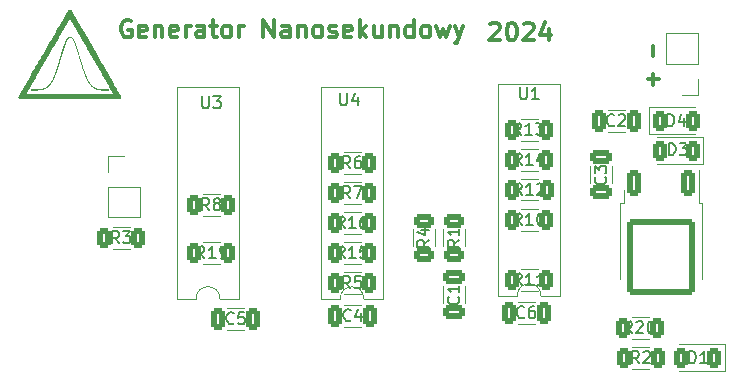
<source format=gto>
G04 #@! TF.GenerationSoftware,KiCad,Pcbnew,7.0.8*
G04 #@! TF.CreationDate,2024-05-20T17:56:06+02:00*
G04 #@! TF.ProjectId,Generator_Cyfrowka,47656e65-7261-4746-9f72-5f437966726f,rev?*
G04 #@! TF.SameCoordinates,Original*
G04 #@! TF.FileFunction,Legend,Top*
G04 #@! TF.FilePolarity,Positive*
%FSLAX46Y46*%
G04 Gerber Fmt 4.6, Leading zero omitted, Abs format (unit mm)*
G04 Created by KiCad (PCBNEW 7.0.8) date 2024-05-20 17:56:06*
%MOMM*%
%LPD*%
G01*
G04 APERTURE LIST*
G04 Aperture macros list*
%AMRoundRect*
0 Rectangle with rounded corners*
0 $1 Rounding radius*
0 $2 $3 $4 $5 $6 $7 $8 $9 X,Y pos of 4 corners*
0 Add a 4 corners polygon primitive as box body*
4,1,4,$2,$3,$4,$5,$6,$7,$8,$9,$2,$3,0*
0 Add four circle primitives for the rounded corners*
1,1,$1+$1,$2,$3*
1,1,$1+$1,$4,$5*
1,1,$1+$1,$6,$7*
1,1,$1+$1,$8,$9*
0 Add four rect primitives between the rounded corners*
20,1,$1+$1,$2,$3,$4,$5,0*
20,1,$1+$1,$4,$5,$6,$7,0*
20,1,$1+$1,$6,$7,$8,$9,0*
20,1,$1+$1,$8,$9,$2,$3,0*%
G04 Aperture macros list end*
%ADD10C,0.300000*%
%ADD11C,0.150000*%
%ADD12C,0.120000*%
%ADD13RoundRect,0.250000X0.325000X0.650000X-0.325000X0.650000X-0.325000X-0.650000X0.325000X-0.650000X0*%
%ADD14RoundRect,0.250000X-0.325000X-0.650000X0.325000X-0.650000X0.325000X0.650000X-0.325000X0.650000X0*%
%ADD15RoundRect,0.250000X0.625000X-0.312500X0.625000X0.312500X-0.625000X0.312500X-0.625000X-0.312500X0*%
%ADD16R,1.600000X1.600000*%
%ADD17O,1.600000X1.600000*%
%ADD18RoundRect,0.250000X-0.312500X-0.625000X0.312500X-0.625000X0.312500X0.625000X-0.312500X0.625000X0*%
%ADD19RoundRect,0.250000X0.312500X0.625000X-0.312500X0.625000X-0.312500X-0.625000X0.312500X-0.625000X0*%
%ADD20C,3.200000*%
%ADD21RoundRect,0.250000X0.375000X0.625000X-0.375000X0.625000X-0.375000X-0.625000X0.375000X-0.625000X0*%
%ADD22R,1.700000X1.700000*%
%ADD23O,1.700000X1.700000*%
%ADD24RoundRect,0.250000X0.650000X-0.325000X0.650000X0.325000X-0.650000X0.325000X-0.650000X-0.325000X0*%
%ADD25RoundRect,0.250000X-0.375000X-0.625000X0.375000X-0.625000X0.375000X0.625000X-0.375000X0.625000X0*%
%ADD26RoundRect,0.250000X-0.650000X0.325000X-0.650000X-0.325000X0.650000X-0.325000X0.650000X0.325000X0*%
%ADD27RoundRect,0.250000X-0.350000X0.850000X-0.350000X-0.850000X0.350000X-0.850000X0.350000X0.850000X0*%
%ADD28RoundRect,0.249997X-2.650003X2.950003X-2.650003X-2.950003X2.650003X-2.950003X2.650003X2.950003X0*%
%ADD29C,1.600000*%
%ADD30C,4.000000*%
%ADD31R,1.800000X1.800000*%
%ADD32C,1.800000*%
%ADD33O,2.500000X1.600000*%
%ADD34O,7.000000X3.500000*%
G04 APERTURE END LIST*
D10*
X64586225Y-67968257D02*
X64443368Y-67896828D01*
X64443368Y-67896828D02*
X64229082Y-67896828D01*
X64229082Y-67896828D02*
X64014796Y-67968257D01*
X64014796Y-67968257D02*
X63871939Y-68111114D01*
X63871939Y-68111114D02*
X63800510Y-68253971D01*
X63800510Y-68253971D02*
X63729082Y-68539685D01*
X63729082Y-68539685D02*
X63729082Y-68753971D01*
X63729082Y-68753971D02*
X63800510Y-69039685D01*
X63800510Y-69039685D02*
X63871939Y-69182542D01*
X63871939Y-69182542D02*
X64014796Y-69325400D01*
X64014796Y-69325400D02*
X64229082Y-69396828D01*
X64229082Y-69396828D02*
X64371939Y-69396828D01*
X64371939Y-69396828D02*
X64586225Y-69325400D01*
X64586225Y-69325400D02*
X64657653Y-69253971D01*
X64657653Y-69253971D02*
X64657653Y-68753971D01*
X64657653Y-68753971D02*
X64371939Y-68753971D01*
X65871939Y-69325400D02*
X65729082Y-69396828D01*
X65729082Y-69396828D02*
X65443368Y-69396828D01*
X65443368Y-69396828D02*
X65300510Y-69325400D01*
X65300510Y-69325400D02*
X65229082Y-69182542D01*
X65229082Y-69182542D02*
X65229082Y-68611114D01*
X65229082Y-68611114D02*
X65300510Y-68468257D01*
X65300510Y-68468257D02*
X65443368Y-68396828D01*
X65443368Y-68396828D02*
X65729082Y-68396828D01*
X65729082Y-68396828D02*
X65871939Y-68468257D01*
X65871939Y-68468257D02*
X65943368Y-68611114D01*
X65943368Y-68611114D02*
X65943368Y-68753971D01*
X65943368Y-68753971D02*
X65229082Y-68896828D01*
X66586224Y-68396828D02*
X66586224Y-69396828D01*
X66586224Y-68539685D02*
X66657653Y-68468257D01*
X66657653Y-68468257D02*
X66800510Y-68396828D01*
X66800510Y-68396828D02*
X67014796Y-68396828D01*
X67014796Y-68396828D02*
X67157653Y-68468257D01*
X67157653Y-68468257D02*
X67229082Y-68611114D01*
X67229082Y-68611114D02*
X67229082Y-69396828D01*
X68514796Y-69325400D02*
X68371939Y-69396828D01*
X68371939Y-69396828D02*
X68086225Y-69396828D01*
X68086225Y-69396828D02*
X67943367Y-69325400D01*
X67943367Y-69325400D02*
X67871939Y-69182542D01*
X67871939Y-69182542D02*
X67871939Y-68611114D01*
X67871939Y-68611114D02*
X67943367Y-68468257D01*
X67943367Y-68468257D02*
X68086225Y-68396828D01*
X68086225Y-68396828D02*
X68371939Y-68396828D01*
X68371939Y-68396828D02*
X68514796Y-68468257D01*
X68514796Y-68468257D02*
X68586225Y-68611114D01*
X68586225Y-68611114D02*
X68586225Y-68753971D01*
X68586225Y-68753971D02*
X67871939Y-68896828D01*
X69229081Y-69396828D02*
X69229081Y-68396828D01*
X69229081Y-68682542D02*
X69300510Y-68539685D01*
X69300510Y-68539685D02*
X69371939Y-68468257D01*
X69371939Y-68468257D02*
X69514796Y-68396828D01*
X69514796Y-68396828D02*
X69657653Y-68396828D01*
X70800510Y-69396828D02*
X70800510Y-68611114D01*
X70800510Y-68611114D02*
X70729081Y-68468257D01*
X70729081Y-68468257D02*
X70586224Y-68396828D01*
X70586224Y-68396828D02*
X70300510Y-68396828D01*
X70300510Y-68396828D02*
X70157652Y-68468257D01*
X70800510Y-69325400D02*
X70657652Y-69396828D01*
X70657652Y-69396828D02*
X70300510Y-69396828D01*
X70300510Y-69396828D02*
X70157652Y-69325400D01*
X70157652Y-69325400D02*
X70086224Y-69182542D01*
X70086224Y-69182542D02*
X70086224Y-69039685D01*
X70086224Y-69039685D02*
X70157652Y-68896828D01*
X70157652Y-68896828D02*
X70300510Y-68825400D01*
X70300510Y-68825400D02*
X70657652Y-68825400D01*
X70657652Y-68825400D02*
X70800510Y-68753971D01*
X71300510Y-68396828D02*
X71871938Y-68396828D01*
X71514795Y-67896828D02*
X71514795Y-69182542D01*
X71514795Y-69182542D02*
X71586224Y-69325400D01*
X71586224Y-69325400D02*
X71729081Y-69396828D01*
X71729081Y-69396828D02*
X71871938Y-69396828D01*
X72586224Y-69396828D02*
X72443367Y-69325400D01*
X72443367Y-69325400D02*
X72371938Y-69253971D01*
X72371938Y-69253971D02*
X72300510Y-69111114D01*
X72300510Y-69111114D02*
X72300510Y-68682542D01*
X72300510Y-68682542D02*
X72371938Y-68539685D01*
X72371938Y-68539685D02*
X72443367Y-68468257D01*
X72443367Y-68468257D02*
X72586224Y-68396828D01*
X72586224Y-68396828D02*
X72800510Y-68396828D01*
X72800510Y-68396828D02*
X72943367Y-68468257D01*
X72943367Y-68468257D02*
X73014796Y-68539685D01*
X73014796Y-68539685D02*
X73086224Y-68682542D01*
X73086224Y-68682542D02*
X73086224Y-69111114D01*
X73086224Y-69111114D02*
X73014796Y-69253971D01*
X73014796Y-69253971D02*
X72943367Y-69325400D01*
X72943367Y-69325400D02*
X72800510Y-69396828D01*
X72800510Y-69396828D02*
X72586224Y-69396828D01*
X73729081Y-69396828D02*
X73729081Y-68396828D01*
X73729081Y-68682542D02*
X73800510Y-68539685D01*
X73800510Y-68539685D02*
X73871939Y-68468257D01*
X73871939Y-68468257D02*
X74014796Y-68396828D01*
X74014796Y-68396828D02*
X74157653Y-68396828D01*
X75800509Y-69396828D02*
X75800509Y-67896828D01*
X75800509Y-67896828D02*
X76657652Y-69396828D01*
X76657652Y-69396828D02*
X76657652Y-67896828D01*
X78014796Y-69396828D02*
X78014796Y-68611114D01*
X78014796Y-68611114D02*
X77943367Y-68468257D01*
X77943367Y-68468257D02*
X77800510Y-68396828D01*
X77800510Y-68396828D02*
X77514796Y-68396828D01*
X77514796Y-68396828D02*
X77371938Y-68468257D01*
X78014796Y-69325400D02*
X77871938Y-69396828D01*
X77871938Y-69396828D02*
X77514796Y-69396828D01*
X77514796Y-69396828D02*
X77371938Y-69325400D01*
X77371938Y-69325400D02*
X77300510Y-69182542D01*
X77300510Y-69182542D02*
X77300510Y-69039685D01*
X77300510Y-69039685D02*
X77371938Y-68896828D01*
X77371938Y-68896828D02*
X77514796Y-68825400D01*
X77514796Y-68825400D02*
X77871938Y-68825400D01*
X77871938Y-68825400D02*
X78014796Y-68753971D01*
X78729081Y-68396828D02*
X78729081Y-69396828D01*
X78729081Y-68539685D02*
X78800510Y-68468257D01*
X78800510Y-68468257D02*
X78943367Y-68396828D01*
X78943367Y-68396828D02*
X79157653Y-68396828D01*
X79157653Y-68396828D02*
X79300510Y-68468257D01*
X79300510Y-68468257D02*
X79371939Y-68611114D01*
X79371939Y-68611114D02*
X79371939Y-69396828D01*
X80300510Y-69396828D02*
X80157653Y-69325400D01*
X80157653Y-69325400D02*
X80086224Y-69253971D01*
X80086224Y-69253971D02*
X80014796Y-69111114D01*
X80014796Y-69111114D02*
X80014796Y-68682542D01*
X80014796Y-68682542D02*
X80086224Y-68539685D01*
X80086224Y-68539685D02*
X80157653Y-68468257D01*
X80157653Y-68468257D02*
X80300510Y-68396828D01*
X80300510Y-68396828D02*
X80514796Y-68396828D01*
X80514796Y-68396828D02*
X80657653Y-68468257D01*
X80657653Y-68468257D02*
X80729082Y-68539685D01*
X80729082Y-68539685D02*
X80800510Y-68682542D01*
X80800510Y-68682542D02*
X80800510Y-69111114D01*
X80800510Y-69111114D02*
X80729082Y-69253971D01*
X80729082Y-69253971D02*
X80657653Y-69325400D01*
X80657653Y-69325400D02*
X80514796Y-69396828D01*
X80514796Y-69396828D02*
X80300510Y-69396828D01*
X81371939Y-69325400D02*
X81514796Y-69396828D01*
X81514796Y-69396828D02*
X81800510Y-69396828D01*
X81800510Y-69396828D02*
X81943367Y-69325400D01*
X81943367Y-69325400D02*
X82014796Y-69182542D01*
X82014796Y-69182542D02*
X82014796Y-69111114D01*
X82014796Y-69111114D02*
X81943367Y-68968257D01*
X81943367Y-68968257D02*
X81800510Y-68896828D01*
X81800510Y-68896828D02*
X81586225Y-68896828D01*
X81586225Y-68896828D02*
X81443367Y-68825400D01*
X81443367Y-68825400D02*
X81371939Y-68682542D01*
X81371939Y-68682542D02*
X81371939Y-68611114D01*
X81371939Y-68611114D02*
X81443367Y-68468257D01*
X81443367Y-68468257D02*
X81586225Y-68396828D01*
X81586225Y-68396828D02*
X81800510Y-68396828D01*
X81800510Y-68396828D02*
X81943367Y-68468257D01*
X83229082Y-69325400D02*
X83086225Y-69396828D01*
X83086225Y-69396828D02*
X82800511Y-69396828D01*
X82800511Y-69396828D02*
X82657653Y-69325400D01*
X82657653Y-69325400D02*
X82586225Y-69182542D01*
X82586225Y-69182542D02*
X82586225Y-68611114D01*
X82586225Y-68611114D02*
X82657653Y-68468257D01*
X82657653Y-68468257D02*
X82800511Y-68396828D01*
X82800511Y-68396828D02*
X83086225Y-68396828D01*
X83086225Y-68396828D02*
X83229082Y-68468257D01*
X83229082Y-68468257D02*
X83300511Y-68611114D01*
X83300511Y-68611114D02*
X83300511Y-68753971D01*
X83300511Y-68753971D02*
X82586225Y-68896828D01*
X83943367Y-69396828D02*
X83943367Y-67896828D01*
X84086225Y-68825400D02*
X84514796Y-69396828D01*
X84514796Y-68396828D02*
X83943367Y-68968257D01*
X85800511Y-68396828D02*
X85800511Y-69396828D01*
X85157653Y-68396828D02*
X85157653Y-69182542D01*
X85157653Y-69182542D02*
X85229082Y-69325400D01*
X85229082Y-69325400D02*
X85371939Y-69396828D01*
X85371939Y-69396828D02*
X85586225Y-69396828D01*
X85586225Y-69396828D02*
X85729082Y-69325400D01*
X85729082Y-69325400D02*
X85800511Y-69253971D01*
X86514796Y-68396828D02*
X86514796Y-69396828D01*
X86514796Y-68539685D02*
X86586225Y-68468257D01*
X86586225Y-68468257D02*
X86729082Y-68396828D01*
X86729082Y-68396828D02*
X86943368Y-68396828D01*
X86943368Y-68396828D02*
X87086225Y-68468257D01*
X87086225Y-68468257D02*
X87157654Y-68611114D01*
X87157654Y-68611114D02*
X87157654Y-69396828D01*
X88514797Y-69396828D02*
X88514797Y-67896828D01*
X88514797Y-69325400D02*
X88371939Y-69396828D01*
X88371939Y-69396828D02*
X88086225Y-69396828D01*
X88086225Y-69396828D02*
X87943368Y-69325400D01*
X87943368Y-69325400D02*
X87871939Y-69253971D01*
X87871939Y-69253971D02*
X87800511Y-69111114D01*
X87800511Y-69111114D02*
X87800511Y-68682542D01*
X87800511Y-68682542D02*
X87871939Y-68539685D01*
X87871939Y-68539685D02*
X87943368Y-68468257D01*
X87943368Y-68468257D02*
X88086225Y-68396828D01*
X88086225Y-68396828D02*
X88371939Y-68396828D01*
X88371939Y-68396828D02*
X88514797Y-68468257D01*
X89443368Y-69396828D02*
X89300511Y-69325400D01*
X89300511Y-69325400D02*
X89229082Y-69253971D01*
X89229082Y-69253971D02*
X89157654Y-69111114D01*
X89157654Y-69111114D02*
X89157654Y-68682542D01*
X89157654Y-68682542D02*
X89229082Y-68539685D01*
X89229082Y-68539685D02*
X89300511Y-68468257D01*
X89300511Y-68468257D02*
X89443368Y-68396828D01*
X89443368Y-68396828D02*
X89657654Y-68396828D01*
X89657654Y-68396828D02*
X89800511Y-68468257D01*
X89800511Y-68468257D02*
X89871940Y-68539685D01*
X89871940Y-68539685D02*
X89943368Y-68682542D01*
X89943368Y-68682542D02*
X89943368Y-69111114D01*
X89943368Y-69111114D02*
X89871940Y-69253971D01*
X89871940Y-69253971D02*
X89800511Y-69325400D01*
X89800511Y-69325400D02*
X89657654Y-69396828D01*
X89657654Y-69396828D02*
X89443368Y-69396828D01*
X90443368Y-68396828D02*
X90729083Y-69396828D01*
X90729083Y-69396828D02*
X91014797Y-68682542D01*
X91014797Y-68682542D02*
X91300511Y-69396828D01*
X91300511Y-69396828D02*
X91586225Y-68396828D01*
X92014797Y-68396828D02*
X92371940Y-69396828D01*
X92729083Y-68396828D02*
X92371940Y-69396828D01*
X92371940Y-69396828D02*
X92229083Y-69753971D01*
X92229083Y-69753971D02*
X92157654Y-69825400D01*
X92157654Y-69825400D02*
X92014797Y-69896828D01*
X108823600Y-70079082D02*
X108823600Y-70993368D01*
X108823600Y-72479082D02*
X108823600Y-73393368D01*
X108366457Y-72936225D02*
X109280742Y-72936225D01*
X94971082Y-68293685D02*
X95042510Y-68222257D01*
X95042510Y-68222257D02*
X95185368Y-68150828D01*
X95185368Y-68150828D02*
X95542510Y-68150828D01*
X95542510Y-68150828D02*
X95685368Y-68222257D01*
X95685368Y-68222257D02*
X95756796Y-68293685D01*
X95756796Y-68293685D02*
X95828225Y-68436542D01*
X95828225Y-68436542D02*
X95828225Y-68579400D01*
X95828225Y-68579400D02*
X95756796Y-68793685D01*
X95756796Y-68793685D02*
X94899653Y-69650828D01*
X94899653Y-69650828D02*
X95828225Y-69650828D01*
X96756796Y-68150828D02*
X96899653Y-68150828D01*
X96899653Y-68150828D02*
X97042510Y-68222257D01*
X97042510Y-68222257D02*
X97113939Y-68293685D01*
X97113939Y-68293685D02*
X97185367Y-68436542D01*
X97185367Y-68436542D02*
X97256796Y-68722257D01*
X97256796Y-68722257D02*
X97256796Y-69079400D01*
X97256796Y-69079400D02*
X97185367Y-69365114D01*
X97185367Y-69365114D02*
X97113939Y-69507971D01*
X97113939Y-69507971D02*
X97042510Y-69579400D01*
X97042510Y-69579400D02*
X96899653Y-69650828D01*
X96899653Y-69650828D02*
X96756796Y-69650828D01*
X96756796Y-69650828D02*
X96613939Y-69579400D01*
X96613939Y-69579400D02*
X96542510Y-69507971D01*
X96542510Y-69507971D02*
X96471081Y-69365114D01*
X96471081Y-69365114D02*
X96399653Y-69079400D01*
X96399653Y-69079400D02*
X96399653Y-68722257D01*
X96399653Y-68722257D02*
X96471081Y-68436542D01*
X96471081Y-68436542D02*
X96542510Y-68293685D01*
X96542510Y-68293685D02*
X96613939Y-68222257D01*
X96613939Y-68222257D02*
X96756796Y-68150828D01*
X97828224Y-68293685D02*
X97899652Y-68222257D01*
X97899652Y-68222257D02*
X98042510Y-68150828D01*
X98042510Y-68150828D02*
X98399652Y-68150828D01*
X98399652Y-68150828D02*
X98542510Y-68222257D01*
X98542510Y-68222257D02*
X98613938Y-68293685D01*
X98613938Y-68293685D02*
X98685367Y-68436542D01*
X98685367Y-68436542D02*
X98685367Y-68579400D01*
X98685367Y-68579400D02*
X98613938Y-68793685D01*
X98613938Y-68793685D02*
X97756795Y-69650828D01*
X97756795Y-69650828D02*
X98685367Y-69650828D01*
X99971081Y-68650828D02*
X99971081Y-69650828D01*
X99613938Y-68079400D02*
X99256795Y-69150828D01*
X99256795Y-69150828D02*
X100185366Y-69150828D01*
D11*
X105497333Y-76813580D02*
X105449714Y-76861200D01*
X105449714Y-76861200D02*
X105306857Y-76908819D01*
X105306857Y-76908819D02*
X105211619Y-76908819D01*
X105211619Y-76908819D02*
X105068762Y-76861200D01*
X105068762Y-76861200D02*
X104973524Y-76765961D01*
X104973524Y-76765961D02*
X104925905Y-76670723D01*
X104925905Y-76670723D02*
X104878286Y-76480247D01*
X104878286Y-76480247D02*
X104878286Y-76337390D01*
X104878286Y-76337390D02*
X104925905Y-76146914D01*
X104925905Y-76146914D02*
X104973524Y-76051676D01*
X104973524Y-76051676D02*
X105068762Y-75956438D01*
X105068762Y-75956438D02*
X105211619Y-75908819D01*
X105211619Y-75908819D02*
X105306857Y-75908819D01*
X105306857Y-75908819D02*
X105449714Y-75956438D01*
X105449714Y-75956438D02*
X105497333Y-76004057D01*
X105878286Y-76004057D02*
X105925905Y-75956438D01*
X105925905Y-75956438D02*
X106021143Y-75908819D01*
X106021143Y-75908819D02*
X106259238Y-75908819D01*
X106259238Y-75908819D02*
X106354476Y-75956438D01*
X106354476Y-75956438D02*
X106402095Y-76004057D01*
X106402095Y-76004057D02*
X106449714Y-76099295D01*
X106449714Y-76099295D02*
X106449714Y-76194533D01*
X106449714Y-76194533D02*
X106402095Y-76337390D01*
X106402095Y-76337390D02*
X105830667Y-76908819D01*
X105830667Y-76908819D02*
X106449714Y-76908819D01*
X97877333Y-93069580D02*
X97829714Y-93117200D01*
X97829714Y-93117200D02*
X97686857Y-93164819D01*
X97686857Y-93164819D02*
X97591619Y-93164819D01*
X97591619Y-93164819D02*
X97448762Y-93117200D01*
X97448762Y-93117200D02*
X97353524Y-93021961D01*
X97353524Y-93021961D02*
X97305905Y-92926723D01*
X97305905Y-92926723D02*
X97258286Y-92736247D01*
X97258286Y-92736247D02*
X97258286Y-92593390D01*
X97258286Y-92593390D02*
X97305905Y-92402914D01*
X97305905Y-92402914D02*
X97353524Y-92307676D01*
X97353524Y-92307676D02*
X97448762Y-92212438D01*
X97448762Y-92212438D02*
X97591619Y-92164819D01*
X97591619Y-92164819D02*
X97686857Y-92164819D01*
X97686857Y-92164819D02*
X97829714Y-92212438D01*
X97829714Y-92212438D02*
X97877333Y-92260057D01*
X98734476Y-92164819D02*
X98544000Y-92164819D01*
X98544000Y-92164819D02*
X98448762Y-92212438D01*
X98448762Y-92212438D02*
X98401143Y-92260057D01*
X98401143Y-92260057D02*
X98305905Y-92402914D01*
X98305905Y-92402914D02*
X98258286Y-92593390D01*
X98258286Y-92593390D02*
X98258286Y-92974342D01*
X98258286Y-92974342D02*
X98305905Y-93069580D01*
X98305905Y-93069580D02*
X98353524Y-93117200D01*
X98353524Y-93117200D02*
X98448762Y-93164819D01*
X98448762Y-93164819D02*
X98639238Y-93164819D01*
X98639238Y-93164819D02*
X98734476Y-93117200D01*
X98734476Y-93117200D02*
X98782095Y-93069580D01*
X98782095Y-93069580D02*
X98829714Y-92974342D01*
X98829714Y-92974342D02*
X98829714Y-92736247D01*
X98829714Y-92736247D02*
X98782095Y-92641009D01*
X98782095Y-92641009D02*
X98734476Y-92593390D01*
X98734476Y-92593390D02*
X98639238Y-92545771D01*
X98639238Y-92545771D02*
X98448762Y-92545771D01*
X98448762Y-92545771D02*
X98353524Y-92593390D01*
X98353524Y-92593390D02*
X98305905Y-92641009D01*
X98305905Y-92641009D02*
X98258286Y-92736247D01*
X89838819Y-86526666D02*
X89362628Y-86859999D01*
X89838819Y-87098094D02*
X88838819Y-87098094D01*
X88838819Y-87098094D02*
X88838819Y-86717142D01*
X88838819Y-86717142D02*
X88886438Y-86621904D01*
X88886438Y-86621904D02*
X88934057Y-86574285D01*
X88934057Y-86574285D02*
X89029295Y-86526666D01*
X89029295Y-86526666D02*
X89172152Y-86526666D01*
X89172152Y-86526666D02*
X89267390Y-86574285D01*
X89267390Y-86574285D02*
X89315009Y-86621904D01*
X89315009Y-86621904D02*
X89362628Y-86717142D01*
X89362628Y-86717142D02*
X89362628Y-87098094D01*
X89172152Y-85669523D02*
X89838819Y-85669523D01*
X88791200Y-85907618D02*
X89505485Y-86145713D01*
X89505485Y-86145713D02*
X89505485Y-85526666D01*
X70612095Y-74384819D02*
X70612095Y-75194342D01*
X70612095Y-75194342D02*
X70659714Y-75289580D01*
X70659714Y-75289580D02*
X70707333Y-75337200D01*
X70707333Y-75337200D02*
X70802571Y-75384819D01*
X70802571Y-75384819D02*
X70993047Y-75384819D01*
X70993047Y-75384819D02*
X71088285Y-75337200D01*
X71088285Y-75337200D02*
X71135904Y-75289580D01*
X71135904Y-75289580D02*
X71183523Y-75194342D01*
X71183523Y-75194342D02*
X71183523Y-74384819D01*
X71564476Y-74384819D02*
X72183523Y-74384819D01*
X72183523Y-74384819D02*
X71850190Y-74765771D01*
X71850190Y-74765771D02*
X71993047Y-74765771D01*
X71993047Y-74765771D02*
X72088285Y-74813390D01*
X72088285Y-74813390D02*
X72135904Y-74861009D01*
X72135904Y-74861009D02*
X72183523Y-74956247D01*
X72183523Y-74956247D02*
X72183523Y-75194342D01*
X72183523Y-75194342D02*
X72135904Y-75289580D01*
X72135904Y-75289580D02*
X72088285Y-75337200D01*
X72088285Y-75337200D02*
X71993047Y-75384819D01*
X71993047Y-75384819D02*
X71707333Y-75384819D01*
X71707333Y-75384819D02*
X71612095Y-75337200D01*
X71612095Y-75337200D02*
X71564476Y-75289580D01*
X97593642Y-77634819D02*
X97260309Y-77158628D01*
X97022214Y-77634819D02*
X97022214Y-76634819D01*
X97022214Y-76634819D02*
X97403166Y-76634819D01*
X97403166Y-76634819D02*
X97498404Y-76682438D01*
X97498404Y-76682438D02*
X97546023Y-76730057D01*
X97546023Y-76730057D02*
X97593642Y-76825295D01*
X97593642Y-76825295D02*
X97593642Y-76968152D01*
X97593642Y-76968152D02*
X97546023Y-77063390D01*
X97546023Y-77063390D02*
X97498404Y-77111009D01*
X97498404Y-77111009D02*
X97403166Y-77158628D01*
X97403166Y-77158628D02*
X97022214Y-77158628D01*
X98546023Y-77634819D02*
X97974595Y-77634819D01*
X98260309Y-77634819D02*
X98260309Y-76634819D01*
X98260309Y-76634819D02*
X98165071Y-76777676D01*
X98165071Y-76777676D02*
X98069833Y-76872914D01*
X98069833Y-76872914D02*
X97974595Y-76920533D01*
X98879357Y-76634819D02*
X99498404Y-76634819D01*
X99498404Y-76634819D02*
X99165071Y-77015771D01*
X99165071Y-77015771D02*
X99307928Y-77015771D01*
X99307928Y-77015771D02*
X99403166Y-77063390D01*
X99403166Y-77063390D02*
X99450785Y-77111009D01*
X99450785Y-77111009D02*
X99498404Y-77206247D01*
X99498404Y-77206247D02*
X99498404Y-77444342D01*
X99498404Y-77444342D02*
X99450785Y-77539580D01*
X99450785Y-77539580D02*
X99403166Y-77587200D01*
X99403166Y-77587200D02*
X99307928Y-77634819D01*
X99307928Y-77634819D02*
X99022214Y-77634819D01*
X99022214Y-77634819D02*
X98926976Y-77587200D01*
X98926976Y-77587200D02*
X98879357Y-77539580D01*
X97655142Y-85290819D02*
X97321809Y-84814628D01*
X97083714Y-85290819D02*
X97083714Y-84290819D01*
X97083714Y-84290819D02*
X97464666Y-84290819D01*
X97464666Y-84290819D02*
X97559904Y-84338438D01*
X97559904Y-84338438D02*
X97607523Y-84386057D01*
X97607523Y-84386057D02*
X97655142Y-84481295D01*
X97655142Y-84481295D02*
X97655142Y-84624152D01*
X97655142Y-84624152D02*
X97607523Y-84719390D01*
X97607523Y-84719390D02*
X97559904Y-84767009D01*
X97559904Y-84767009D02*
X97464666Y-84814628D01*
X97464666Y-84814628D02*
X97083714Y-84814628D01*
X98607523Y-85290819D02*
X98036095Y-85290819D01*
X98321809Y-85290819D02*
X98321809Y-84290819D01*
X98321809Y-84290819D02*
X98226571Y-84433676D01*
X98226571Y-84433676D02*
X98131333Y-84528914D01*
X98131333Y-84528914D02*
X98036095Y-84576533D01*
X99226571Y-84290819D02*
X99321809Y-84290819D01*
X99321809Y-84290819D02*
X99417047Y-84338438D01*
X99417047Y-84338438D02*
X99464666Y-84386057D01*
X99464666Y-84386057D02*
X99512285Y-84481295D01*
X99512285Y-84481295D02*
X99559904Y-84671771D01*
X99559904Y-84671771D02*
X99559904Y-84909866D01*
X99559904Y-84909866D02*
X99512285Y-85100342D01*
X99512285Y-85100342D02*
X99464666Y-85195580D01*
X99464666Y-85195580D02*
X99417047Y-85243200D01*
X99417047Y-85243200D02*
X99321809Y-85290819D01*
X99321809Y-85290819D02*
X99226571Y-85290819D01*
X99226571Y-85290819D02*
X99131333Y-85243200D01*
X99131333Y-85243200D02*
X99083714Y-85195580D01*
X99083714Y-85195580D02*
X99036095Y-85100342D01*
X99036095Y-85100342D02*
X98988476Y-84909866D01*
X98988476Y-84909866D02*
X98988476Y-84671771D01*
X98988476Y-84671771D02*
X99036095Y-84481295D01*
X99036095Y-84481295D02*
X99083714Y-84386057D01*
X99083714Y-84386057D02*
X99131333Y-84338438D01*
X99131333Y-84338438D02*
X99226571Y-84290819D01*
X71207333Y-84020819D02*
X70874000Y-83544628D01*
X70635905Y-84020819D02*
X70635905Y-83020819D01*
X70635905Y-83020819D02*
X71016857Y-83020819D01*
X71016857Y-83020819D02*
X71112095Y-83068438D01*
X71112095Y-83068438D02*
X71159714Y-83116057D01*
X71159714Y-83116057D02*
X71207333Y-83211295D01*
X71207333Y-83211295D02*
X71207333Y-83354152D01*
X71207333Y-83354152D02*
X71159714Y-83449390D01*
X71159714Y-83449390D02*
X71112095Y-83497009D01*
X71112095Y-83497009D02*
X71016857Y-83544628D01*
X71016857Y-83544628D02*
X70635905Y-83544628D01*
X71778762Y-83449390D02*
X71683524Y-83401771D01*
X71683524Y-83401771D02*
X71635905Y-83354152D01*
X71635905Y-83354152D02*
X71588286Y-83258914D01*
X71588286Y-83258914D02*
X71588286Y-83211295D01*
X71588286Y-83211295D02*
X71635905Y-83116057D01*
X71635905Y-83116057D02*
X71683524Y-83068438D01*
X71683524Y-83068438D02*
X71778762Y-83020819D01*
X71778762Y-83020819D02*
X71969238Y-83020819D01*
X71969238Y-83020819D02*
X72064476Y-83068438D01*
X72064476Y-83068438D02*
X72112095Y-83116057D01*
X72112095Y-83116057D02*
X72159714Y-83211295D01*
X72159714Y-83211295D02*
X72159714Y-83258914D01*
X72159714Y-83258914D02*
X72112095Y-83354152D01*
X72112095Y-83354152D02*
X72064476Y-83401771D01*
X72064476Y-83401771D02*
X71969238Y-83449390D01*
X71969238Y-83449390D02*
X71778762Y-83449390D01*
X71778762Y-83449390D02*
X71683524Y-83497009D01*
X71683524Y-83497009D02*
X71635905Y-83544628D01*
X71635905Y-83544628D02*
X71588286Y-83639866D01*
X71588286Y-83639866D02*
X71588286Y-83830342D01*
X71588286Y-83830342D02*
X71635905Y-83925580D01*
X71635905Y-83925580D02*
X71683524Y-83973200D01*
X71683524Y-83973200D02*
X71778762Y-84020819D01*
X71778762Y-84020819D02*
X71969238Y-84020819D01*
X71969238Y-84020819D02*
X72064476Y-83973200D01*
X72064476Y-83973200D02*
X72112095Y-83925580D01*
X72112095Y-83925580D02*
X72159714Y-83830342D01*
X72159714Y-83830342D02*
X72159714Y-83639866D01*
X72159714Y-83639866D02*
X72112095Y-83544628D01*
X72112095Y-83544628D02*
X72064476Y-83497009D01*
X72064476Y-83497009D02*
X71969238Y-83449390D01*
X110129905Y-79360819D02*
X110129905Y-78360819D01*
X110129905Y-78360819D02*
X110368000Y-78360819D01*
X110368000Y-78360819D02*
X110510857Y-78408438D01*
X110510857Y-78408438D02*
X110606095Y-78503676D01*
X110606095Y-78503676D02*
X110653714Y-78598914D01*
X110653714Y-78598914D02*
X110701333Y-78789390D01*
X110701333Y-78789390D02*
X110701333Y-78932247D01*
X110701333Y-78932247D02*
X110653714Y-79122723D01*
X110653714Y-79122723D02*
X110606095Y-79217961D01*
X110606095Y-79217961D02*
X110510857Y-79313200D01*
X110510857Y-79313200D02*
X110368000Y-79360819D01*
X110368000Y-79360819D02*
X110129905Y-79360819D01*
X111034667Y-78360819D02*
X111653714Y-78360819D01*
X111653714Y-78360819D02*
X111320381Y-78741771D01*
X111320381Y-78741771D02*
X111463238Y-78741771D01*
X111463238Y-78741771D02*
X111558476Y-78789390D01*
X111558476Y-78789390D02*
X111606095Y-78837009D01*
X111606095Y-78837009D02*
X111653714Y-78932247D01*
X111653714Y-78932247D02*
X111653714Y-79170342D01*
X111653714Y-79170342D02*
X111606095Y-79265580D01*
X111606095Y-79265580D02*
X111558476Y-79313200D01*
X111558476Y-79313200D02*
X111463238Y-79360819D01*
X111463238Y-79360819D02*
X111177524Y-79360819D01*
X111177524Y-79360819D02*
X111082286Y-79313200D01*
X111082286Y-79313200D02*
X111034667Y-79265580D01*
X97665142Y-82745819D02*
X97331809Y-82269628D01*
X97093714Y-82745819D02*
X97093714Y-81745819D01*
X97093714Y-81745819D02*
X97474666Y-81745819D01*
X97474666Y-81745819D02*
X97569904Y-81793438D01*
X97569904Y-81793438D02*
X97617523Y-81841057D01*
X97617523Y-81841057D02*
X97665142Y-81936295D01*
X97665142Y-81936295D02*
X97665142Y-82079152D01*
X97665142Y-82079152D02*
X97617523Y-82174390D01*
X97617523Y-82174390D02*
X97569904Y-82222009D01*
X97569904Y-82222009D02*
X97474666Y-82269628D01*
X97474666Y-82269628D02*
X97093714Y-82269628D01*
X98617523Y-82745819D02*
X98046095Y-82745819D01*
X98331809Y-82745819D02*
X98331809Y-81745819D01*
X98331809Y-81745819D02*
X98236571Y-81888676D01*
X98236571Y-81888676D02*
X98141333Y-81983914D01*
X98141333Y-81983914D02*
X98046095Y-82031533D01*
X98998476Y-81841057D02*
X99046095Y-81793438D01*
X99046095Y-81793438D02*
X99141333Y-81745819D01*
X99141333Y-81745819D02*
X99379428Y-81745819D01*
X99379428Y-81745819D02*
X99474666Y-81793438D01*
X99474666Y-81793438D02*
X99522285Y-81841057D01*
X99522285Y-81841057D02*
X99569904Y-81936295D01*
X99569904Y-81936295D02*
X99569904Y-82031533D01*
X99569904Y-82031533D02*
X99522285Y-82174390D01*
X99522285Y-82174390D02*
X98950857Y-82745819D01*
X98950857Y-82745819D02*
X99569904Y-82745819D01*
X82669142Y-88084819D02*
X82335809Y-87608628D01*
X82097714Y-88084819D02*
X82097714Y-87084819D01*
X82097714Y-87084819D02*
X82478666Y-87084819D01*
X82478666Y-87084819D02*
X82573904Y-87132438D01*
X82573904Y-87132438D02*
X82621523Y-87180057D01*
X82621523Y-87180057D02*
X82669142Y-87275295D01*
X82669142Y-87275295D02*
X82669142Y-87418152D01*
X82669142Y-87418152D02*
X82621523Y-87513390D01*
X82621523Y-87513390D02*
X82573904Y-87561009D01*
X82573904Y-87561009D02*
X82478666Y-87608628D01*
X82478666Y-87608628D02*
X82097714Y-87608628D01*
X83621523Y-88084819D02*
X83050095Y-88084819D01*
X83335809Y-88084819D02*
X83335809Y-87084819D01*
X83335809Y-87084819D02*
X83240571Y-87227676D01*
X83240571Y-87227676D02*
X83145333Y-87322914D01*
X83145333Y-87322914D02*
X83050095Y-87370533D01*
X84526285Y-87084819D02*
X84050095Y-87084819D01*
X84050095Y-87084819D02*
X84002476Y-87561009D01*
X84002476Y-87561009D02*
X84050095Y-87513390D01*
X84050095Y-87513390D02*
X84145333Y-87465771D01*
X84145333Y-87465771D02*
X84383428Y-87465771D01*
X84383428Y-87465771D02*
X84478666Y-87513390D01*
X84478666Y-87513390D02*
X84526285Y-87561009D01*
X84526285Y-87561009D02*
X84573904Y-87656247D01*
X84573904Y-87656247D02*
X84573904Y-87894342D01*
X84573904Y-87894342D02*
X84526285Y-87989580D01*
X84526285Y-87989580D02*
X84478666Y-88037200D01*
X84478666Y-88037200D02*
X84383428Y-88084819D01*
X84383428Y-88084819D02*
X84145333Y-88084819D01*
X84145333Y-88084819D02*
X84050095Y-88037200D01*
X84050095Y-88037200D02*
X84002476Y-87989580D01*
X92402819Y-86526666D02*
X91926628Y-86859999D01*
X92402819Y-87098094D02*
X91402819Y-87098094D01*
X91402819Y-87098094D02*
X91402819Y-86717142D01*
X91402819Y-86717142D02*
X91450438Y-86621904D01*
X91450438Y-86621904D02*
X91498057Y-86574285D01*
X91498057Y-86574285D02*
X91593295Y-86526666D01*
X91593295Y-86526666D02*
X91736152Y-86526666D01*
X91736152Y-86526666D02*
X91831390Y-86574285D01*
X91831390Y-86574285D02*
X91879009Y-86621904D01*
X91879009Y-86621904D02*
X91926628Y-86717142D01*
X91926628Y-86717142D02*
X91926628Y-87098094D01*
X92402819Y-85574285D02*
X92402819Y-86145713D01*
X92402819Y-85859999D02*
X91402819Y-85859999D01*
X91402819Y-85859999D02*
X91545676Y-85955237D01*
X91545676Y-85955237D02*
X91640914Y-86050475D01*
X91640914Y-86050475D02*
X91688533Y-86145713D01*
X111845405Y-96974819D02*
X111845405Y-95974819D01*
X111845405Y-95974819D02*
X112083500Y-95974819D01*
X112083500Y-95974819D02*
X112226357Y-96022438D01*
X112226357Y-96022438D02*
X112321595Y-96117676D01*
X112321595Y-96117676D02*
X112369214Y-96212914D01*
X112369214Y-96212914D02*
X112416833Y-96403390D01*
X112416833Y-96403390D02*
X112416833Y-96546247D01*
X112416833Y-96546247D02*
X112369214Y-96736723D01*
X112369214Y-96736723D02*
X112321595Y-96831961D01*
X112321595Y-96831961D02*
X112226357Y-96927200D01*
X112226357Y-96927200D02*
X112083500Y-96974819D01*
X112083500Y-96974819D02*
X111845405Y-96974819D01*
X113369214Y-96974819D02*
X112797786Y-96974819D01*
X113083500Y-96974819D02*
X113083500Y-95974819D01*
X113083500Y-95974819D02*
X112988262Y-96117676D01*
X112988262Y-96117676D02*
X112893024Y-96212914D01*
X112893024Y-96212914D02*
X112797786Y-96260533D01*
X97655142Y-80210819D02*
X97321809Y-79734628D01*
X97083714Y-80210819D02*
X97083714Y-79210819D01*
X97083714Y-79210819D02*
X97464666Y-79210819D01*
X97464666Y-79210819D02*
X97559904Y-79258438D01*
X97559904Y-79258438D02*
X97607523Y-79306057D01*
X97607523Y-79306057D02*
X97655142Y-79401295D01*
X97655142Y-79401295D02*
X97655142Y-79544152D01*
X97655142Y-79544152D02*
X97607523Y-79639390D01*
X97607523Y-79639390D02*
X97559904Y-79687009D01*
X97559904Y-79687009D02*
X97464666Y-79734628D01*
X97464666Y-79734628D02*
X97083714Y-79734628D01*
X98607523Y-80210819D02*
X98036095Y-80210819D01*
X98321809Y-80210819D02*
X98321809Y-79210819D01*
X98321809Y-79210819D02*
X98226571Y-79353676D01*
X98226571Y-79353676D02*
X98131333Y-79448914D01*
X98131333Y-79448914D02*
X98036095Y-79496533D01*
X99464666Y-79544152D02*
X99464666Y-80210819D01*
X99226571Y-79163200D02*
X98988476Y-79877485D01*
X98988476Y-79877485D02*
X99607523Y-79877485D01*
X97536095Y-73622819D02*
X97536095Y-74432342D01*
X97536095Y-74432342D02*
X97583714Y-74527580D01*
X97583714Y-74527580D02*
X97631333Y-74575200D01*
X97631333Y-74575200D02*
X97726571Y-74622819D01*
X97726571Y-74622819D02*
X97917047Y-74622819D01*
X97917047Y-74622819D02*
X98012285Y-74575200D01*
X98012285Y-74575200D02*
X98059904Y-74527580D01*
X98059904Y-74527580D02*
X98107523Y-74432342D01*
X98107523Y-74432342D02*
X98107523Y-73622819D01*
X99107523Y-74622819D02*
X98536095Y-74622819D01*
X98821809Y-74622819D02*
X98821809Y-73622819D01*
X98821809Y-73622819D02*
X98726571Y-73765676D01*
X98726571Y-73765676D02*
X98631333Y-73860914D01*
X98631333Y-73860914D02*
X98536095Y-73908533D01*
X82296095Y-74130819D02*
X82296095Y-74940342D01*
X82296095Y-74940342D02*
X82343714Y-75035580D01*
X82343714Y-75035580D02*
X82391333Y-75083200D01*
X82391333Y-75083200D02*
X82486571Y-75130819D01*
X82486571Y-75130819D02*
X82677047Y-75130819D01*
X82677047Y-75130819D02*
X82772285Y-75083200D01*
X82772285Y-75083200D02*
X82819904Y-75035580D01*
X82819904Y-75035580D02*
X82867523Y-74940342D01*
X82867523Y-74940342D02*
X82867523Y-74130819D01*
X83772285Y-74464152D02*
X83772285Y-75130819D01*
X83534190Y-74083200D02*
X83296095Y-74797485D01*
X83296095Y-74797485D02*
X83915142Y-74797485D01*
X83194333Y-93323580D02*
X83146714Y-93371200D01*
X83146714Y-93371200D02*
X83003857Y-93418819D01*
X83003857Y-93418819D02*
X82908619Y-93418819D01*
X82908619Y-93418819D02*
X82765762Y-93371200D01*
X82765762Y-93371200D02*
X82670524Y-93275961D01*
X82670524Y-93275961D02*
X82622905Y-93180723D01*
X82622905Y-93180723D02*
X82575286Y-92990247D01*
X82575286Y-92990247D02*
X82575286Y-92847390D01*
X82575286Y-92847390D02*
X82622905Y-92656914D01*
X82622905Y-92656914D02*
X82670524Y-92561676D01*
X82670524Y-92561676D02*
X82765762Y-92466438D01*
X82765762Y-92466438D02*
X82908619Y-92418819D01*
X82908619Y-92418819D02*
X83003857Y-92418819D01*
X83003857Y-92418819D02*
X83146714Y-92466438D01*
X83146714Y-92466438D02*
X83194333Y-92514057D01*
X84051476Y-92752152D02*
X84051476Y-93418819D01*
X83813381Y-92371200D02*
X83575286Y-93085485D01*
X83575286Y-93085485D02*
X84194333Y-93085485D01*
X106991642Y-94434819D02*
X106658309Y-93958628D01*
X106420214Y-94434819D02*
X106420214Y-93434819D01*
X106420214Y-93434819D02*
X106801166Y-93434819D01*
X106801166Y-93434819D02*
X106896404Y-93482438D01*
X106896404Y-93482438D02*
X106944023Y-93530057D01*
X106944023Y-93530057D02*
X106991642Y-93625295D01*
X106991642Y-93625295D02*
X106991642Y-93768152D01*
X106991642Y-93768152D02*
X106944023Y-93863390D01*
X106944023Y-93863390D02*
X106896404Y-93911009D01*
X106896404Y-93911009D02*
X106801166Y-93958628D01*
X106801166Y-93958628D02*
X106420214Y-93958628D01*
X107372595Y-93530057D02*
X107420214Y-93482438D01*
X107420214Y-93482438D02*
X107515452Y-93434819D01*
X107515452Y-93434819D02*
X107753547Y-93434819D01*
X107753547Y-93434819D02*
X107848785Y-93482438D01*
X107848785Y-93482438D02*
X107896404Y-93530057D01*
X107896404Y-93530057D02*
X107944023Y-93625295D01*
X107944023Y-93625295D02*
X107944023Y-93720533D01*
X107944023Y-93720533D02*
X107896404Y-93863390D01*
X107896404Y-93863390D02*
X107324976Y-94434819D01*
X107324976Y-94434819D02*
X107944023Y-94434819D01*
X108563071Y-93434819D02*
X108658309Y-93434819D01*
X108658309Y-93434819D02*
X108753547Y-93482438D01*
X108753547Y-93482438D02*
X108801166Y-93530057D01*
X108801166Y-93530057D02*
X108848785Y-93625295D01*
X108848785Y-93625295D02*
X108896404Y-93815771D01*
X108896404Y-93815771D02*
X108896404Y-94053866D01*
X108896404Y-94053866D02*
X108848785Y-94244342D01*
X108848785Y-94244342D02*
X108801166Y-94339580D01*
X108801166Y-94339580D02*
X108753547Y-94387200D01*
X108753547Y-94387200D02*
X108658309Y-94434819D01*
X108658309Y-94434819D02*
X108563071Y-94434819D01*
X108563071Y-94434819D02*
X108467833Y-94387200D01*
X108467833Y-94387200D02*
X108420214Y-94339580D01*
X108420214Y-94339580D02*
X108372595Y-94244342D01*
X108372595Y-94244342D02*
X108324976Y-94053866D01*
X108324976Y-94053866D02*
X108324976Y-93815771D01*
X108324976Y-93815771D02*
X108372595Y-93625295D01*
X108372595Y-93625295D02*
X108420214Y-93530057D01*
X108420214Y-93530057D02*
X108467833Y-93482438D01*
X108467833Y-93482438D02*
X108563071Y-93434819D01*
X83145333Y-90624819D02*
X82812000Y-90148628D01*
X82573905Y-90624819D02*
X82573905Y-89624819D01*
X82573905Y-89624819D02*
X82954857Y-89624819D01*
X82954857Y-89624819D02*
X83050095Y-89672438D01*
X83050095Y-89672438D02*
X83097714Y-89720057D01*
X83097714Y-89720057D02*
X83145333Y-89815295D01*
X83145333Y-89815295D02*
X83145333Y-89958152D01*
X83145333Y-89958152D02*
X83097714Y-90053390D01*
X83097714Y-90053390D02*
X83050095Y-90101009D01*
X83050095Y-90101009D02*
X82954857Y-90148628D01*
X82954857Y-90148628D02*
X82573905Y-90148628D01*
X84050095Y-89624819D02*
X83573905Y-89624819D01*
X83573905Y-89624819D02*
X83526286Y-90101009D01*
X83526286Y-90101009D02*
X83573905Y-90053390D01*
X83573905Y-90053390D02*
X83669143Y-90005771D01*
X83669143Y-90005771D02*
X83907238Y-90005771D01*
X83907238Y-90005771D02*
X84002476Y-90053390D01*
X84002476Y-90053390D02*
X84050095Y-90101009D01*
X84050095Y-90101009D02*
X84097714Y-90196247D01*
X84097714Y-90196247D02*
X84097714Y-90434342D01*
X84097714Y-90434342D02*
X84050095Y-90529580D01*
X84050095Y-90529580D02*
X84002476Y-90577200D01*
X84002476Y-90577200D02*
X83907238Y-90624819D01*
X83907238Y-90624819D02*
X83669143Y-90624819D01*
X83669143Y-90624819D02*
X83573905Y-90577200D01*
X83573905Y-90577200D02*
X83526286Y-90529580D01*
X82669142Y-85544819D02*
X82335809Y-85068628D01*
X82097714Y-85544819D02*
X82097714Y-84544819D01*
X82097714Y-84544819D02*
X82478666Y-84544819D01*
X82478666Y-84544819D02*
X82573904Y-84592438D01*
X82573904Y-84592438D02*
X82621523Y-84640057D01*
X82621523Y-84640057D02*
X82669142Y-84735295D01*
X82669142Y-84735295D02*
X82669142Y-84878152D01*
X82669142Y-84878152D02*
X82621523Y-84973390D01*
X82621523Y-84973390D02*
X82573904Y-85021009D01*
X82573904Y-85021009D02*
X82478666Y-85068628D01*
X82478666Y-85068628D02*
X82097714Y-85068628D01*
X83621523Y-85544819D02*
X83050095Y-85544819D01*
X83335809Y-85544819D02*
X83335809Y-84544819D01*
X83335809Y-84544819D02*
X83240571Y-84687676D01*
X83240571Y-84687676D02*
X83145333Y-84782914D01*
X83145333Y-84782914D02*
X83050095Y-84830533D01*
X84478666Y-84544819D02*
X84288190Y-84544819D01*
X84288190Y-84544819D02*
X84192952Y-84592438D01*
X84192952Y-84592438D02*
X84145333Y-84640057D01*
X84145333Y-84640057D02*
X84050095Y-84782914D01*
X84050095Y-84782914D02*
X84002476Y-84973390D01*
X84002476Y-84973390D02*
X84002476Y-85354342D01*
X84002476Y-85354342D02*
X84050095Y-85449580D01*
X84050095Y-85449580D02*
X84097714Y-85497200D01*
X84097714Y-85497200D02*
X84192952Y-85544819D01*
X84192952Y-85544819D02*
X84383428Y-85544819D01*
X84383428Y-85544819D02*
X84478666Y-85497200D01*
X84478666Y-85497200D02*
X84526285Y-85449580D01*
X84526285Y-85449580D02*
X84573904Y-85354342D01*
X84573904Y-85354342D02*
X84573904Y-85116247D01*
X84573904Y-85116247D02*
X84526285Y-85021009D01*
X84526285Y-85021009D02*
X84478666Y-84973390D01*
X84478666Y-84973390D02*
X84383428Y-84925771D01*
X84383428Y-84925771D02*
X84192952Y-84925771D01*
X84192952Y-84925771D02*
X84097714Y-84973390D01*
X84097714Y-84973390D02*
X84050095Y-85021009D01*
X84050095Y-85021009D02*
X84002476Y-85116247D01*
X104753580Y-81223666D02*
X104801200Y-81271285D01*
X104801200Y-81271285D02*
X104848819Y-81414142D01*
X104848819Y-81414142D02*
X104848819Y-81509380D01*
X104848819Y-81509380D02*
X104801200Y-81652237D01*
X104801200Y-81652237D02*
X104705961Y-81747475D01*
X104705961Y-81747475D02*
X104610723Y-81795094D01*
X104610723Y-81795094D02*
X104420247Y-81842713D01*
X104420247Y-81842713D02*
X104277390Y-81842713D01*
X104277390Y-81842713D02*
X104086914Y-81795094D01*
X104086914Y-81795094D02*
X103991676Y-81747475D01*
X103991676Y-81747475D02*
X103896438Y-81652237D01*
X103896438Y-81652237D02*
X103848819Y-81509380D01*
X103848819Y-81509380D02*
X103848819Y-81414142D01*
X103848819Y-81414142D02*
X103896438Y-81271285D01*
X103896438Y-81271285D02*
X103944057Y-81223666D01*
X103848819Y-80890332D02*
X103848819Y-80271285D01*
X103848819Y-80271285D02*
X104229771Y-80604618D01*
X104229771Y-80604618D02*
X104229771Y-80461761D01*
X104229771Y-80461761D02*
X104277390Y-80366523D01*
X104277390Y-80366523D02*
X104325009Y-80318904D01*
X104325009Y-80318904D02*
X104420247Y-80271285D01*
X104420247Y-80271285D02*
X104658342Y-80271285D01*
X104658342Y-80271285D02*
X104753580Y-80318904D01*
X104753580Y-80318904D02*
X104801200Y-80366523D01*
X104801200Y-80366523D02*
X104848819Y-80461761D01*
X104848819Y-80461761D02*
X104848819Y-80747475D01*
X104848819Y-80747475D02*
X104801200Y-80842713D01*
X104801200Y-80842713D02*
X104753580Y-80890332D01*
X63587333Y-86814819D02*
X63254000Y-86338628D01*
X63015905Y-86814819D02*
X63015905Y-85814819D01*
X63015905Y-85814819D02*
X63396857Y-85814819D01*
X63396857Y-85814819D02*
X63492095Y-85862438D01*
X63492095Y-85862438D02*
X63539714Y-85910057D01*
X63539714Y-85910057D02*
X63587333Y-86005295D01*
X63587333Y-86005295D02*
X63587333Y-86148152D01*
X63587333Y-86148152D02*
X63539714Y-86243390D01*
X63539714Y-86243390D02*
X63492095Y-86291009D01*
X63492095Y-86291009D02*
X63396857Y-86338628D01*
X63396857Y-86338628D02*
X63015905Y-86338628D01*
X63920667Y-85814819D02*
X64539714Y-85814819D01*
X64539714Y-85814819D02*
X64206381Y-86195771D01*
X64206381Y-86195771D02*
X64349238Y-86195771D01*
X64349238Y-86195771D02*
X64444476Y-86243390D01*
X64444476Y-86243390D02*
X64492095Y-86291009D01*
X64492095Y-86291009D02*
X64539714Y-86386247D01*
X64539714Y-86386247D02*
X64539714Y-86624342D01*
X64539714Y-86624342D02*
X64492095Y-86719580D01*
X64492095Y-86719580D02*
X64444476Y-86767200D01*
X64444476Y-86767200D02*
X64349238Y-86814819D01*
X64349238Y-86814819D02*
X64063524Y-86814819D01*
X64063524Y-86814819D02*
X63968286Y-86767200D01*
X63968286Y-86767200D02*
X63920667Y-86719580D01*
X107590833Y-96974819D02*
X107257500Y-96498628D01*
X107019405Y-96974819D02*
X107019405Y-95974819D01*
X107019405Y-95974819D02*
X107400357Y-95974819D01*
X107400357Y-95974819D02*
X107495595Y-96022438D01*
X107495595Y-96022438D02*
X107543214Y-96070057D01*
X107543214Y-96070057D02*
X107590833Y-96165295D01*
X107590833Y-96165295D02*
X107590833Y-96308152D01*
X107590833Y-96308152D02*
X107543214Y-96403390D01*
X107543214Y-96403390D02*
X107495595Y-96451009D01*
X107495595Y-96451009D02*
X107400357Y-96498628D01*
X107400357Y-96498628D02*
X107019405Y-96498628D01*
X107971786Y-96070057D02*
X108019405Y-96022438D01*
X108019405Y-96022438D02*
X108114643Y-95974819D01*
X108114643Y-95974819D02*
X108352738Y-95974819D01*
X108352738Y-95974819D02*
X108447976Y-96022438D01*
X108447976Y-96022438D02*
X108495595Y-96070057D01*
X108495595Y-96070057D02*
X108543214Y-96165295D01*
X108543214Y-96165295D02*
X108543214Y-96260533D01*
X108543214Y-96260533D02*
X108495595Y-96403390D01*
X108495595Y-96403390D02*
X107924167Y-96974819D01*
X107924167Y-96974819D02*
X108543214Y-96974819D01*
X70792642Y-88084819D02*
X70459309Y-87608628D01*
X70221214Y-88084819D02*
X70221214Y-87084819D01*
X70221214Y-87084819D02*
X70602166Y-87084819D01*
X70602166Y-87084819D02*
X70697404Y-87132438D01*
X70697404Y-87132438D02*
X70745023Y-87180057D01*
X70745023Y-87180057D02*
X70792642Y-87275295D01*
X70792642Y-87275295D02*
X70792642Y-87418152D01*
X70792642Y-87418152D02*
X70745023Y-87513390D01*
X70745023Y-87513390D02*
X70697404Y-87561009D01*
X70697404Y-87561009D02*
X70602166Y-87608628D01*
X70602166Y-87608628D02*
X70221214Y-87608628D01*
X71745023Y-88084819D02*
X71173595Y-88084819D01*
X71459309Y-88084819D02*
X71459309Y-87084819D01*
X71459309Y-87084819D02*
X71364071Y-87227676D01*
X71364071Y-87227676D02*
X71268833Y-87322914D01*
X71268833Y-87322914D02*
X71173595Y-87370533D01*
X72221214Y-88084819D02*
X72411690Y-88084819D01*
X72411690Y-88084819D02*
X72506928Y-88037200D01*
X72506928Y-88037200D02*
X72554547Y-87989580D01*
X72554547Y-87989580D02*
X72649785Y-87846723D01*
X72649785Y-87846723D02*
X72697404Y-87656247D01*
X72697404Y-87656247D02*
X72697404Y-87275295D01*
X72697404Y-87275295D02*
X72649785Y-87180057D01*
X72649785Y-87180057D02*
X72602166Y-87132438D01*
X72602166Y-87132438D02*
X72506928Y-87084819D01*
X72506928Y-87084819D02*
X72316452Y-87084819D01*
X72316452Y-87084819D02*
X72221214Y-87132438D01*
X72221214Y-87132438D02*
X72173595Y-87180057D01*
X72173595Y-87180057D02*
X72125976Y-87275295D01*
X72125976Y-87275295D02*
X72125976Y-87513390D01*
X72125976Y-87513390D02*
X72173595Y-87608628D01*
X72173595Y-87608628D02*
X72221214Y-87656247D01*
X72221214Y-87656247D02*
X72316452Y-87703866D01*
X72316452Y-87703866D02*
X72506928Y-87703866D01*
X72506928Y-87703866D02*
X72602166Y-87656247D01*
X72602166Y-87656247D02*
X72649785Y-87608628D01*
X72649785Y-87608628D02*
X72697404Y-87513390D01*
X83145333Y-80464819D02*
X82812000Y-79988628D01*
X82573905Y-80464819D02*
X82573905Y-79464819D01*
X82573905Y-79464819D02*
X82954857Y-79464819D01*
X82954857Y-79464819D02*
X83050095Y-79512438D01*
X83050095Y-79512438D02*
X83097714Y-79560057D01*
X83097714Y-79560057D02*
X83145333Y-79655295D01*
X83145333Y-79655295D02*
X83145333Y-79798152D01*
X83145333Y-79798152D02*
X83097714Y-79893390D01*
X83097714Y-79893390D02*
X83050095Y-79941009D01*
X83050095Y-79941009D02*
X82954857Y-79988628D01*
X82954857Y-79988628D02*
X82573905Y-79988628D01*
X84002476Y-79464819D02*
X83812000Y-79464819D01*
X83812000Y-79464819D02*
X83716762Y-79512438D01*
X83716762Y-79512438D02*
X83669143Y-79560057D01*
X83669143Y-79560057D02*
X83573905Y-79702914D01*
X83573905Y-79702914D02*
X83526286Y-79893390D01*
X83526286Y-79893390D02*
X83526286Y-80274342D01*
X83526286Y-80274342D02*
X83573905Y-80369580D01*
X83573905Y-80369580D02*
X83621524Y-80417200D01*
X83621524Y-80417200D02*
X83716762Y-80464819D01*
X83716762Y-80464819D02*
X83907238Y-80464819D01*
X83907238Y-80464819D02*
X84002476Y-80417200D01*
X84002476Y-80417200D02*
X84050095Y-80369580D01*
X84050095Y-80369580D02*
X84097714Y-80274342D01*
X84097714Y-80274342D02*
X84097714Y-80036247D01*
X84097714Y-80036247D02*
X84050095Y-79941009D01*
X84050095Y-79941009D02*
X84002476Y-79893390D01*
X84002476Y-79893390D02*
X83907238Y-79845771D01*
X83907238Y-79845771D02*
X83716762Y-79845771D01*
X83716762Y-79845771D02*
X83621524Y-79893390D01*
X83621524Y-79893390D02*
X83573905Y-79941009D01*
X83573905Y-79941009D02*
X83526286Y-80036247D01*
X83145333Y-83009819D02*
X82812000Y-82533628D01*
X82573905Y-83009819D02*
X82573905Y-82009819D01*
X82573905Y-82009819D02*
X82954857Y-82009819D01*
X82954857Y-82009819D02*
X83050095Y-82057438D01*
X83050095Y-82057438D02*
X83097714Y-82105057D01*
X83097714Y-82105057D02*
X83145333Y-82200295D01*
X83145333Y-82200295D02*
X83145333Y-82343152D01*
X83145333Y-82343152D02*
X83097714Y-82438390D01*
X83097714Y-82438390D02*
X83050095Y-82486009D01*
X83050095Y-82486009D02*
X82954857Y-82533628D01*
X82954857Y-82533628D02*
X82573905Y-82533628D01*
X83478667Y-82009819D02*
X84145333Y-82009819D01*
X84145333Y-82009819D02*
X83716762Y-83009819D01*
X110005905Y-76908819D02*
X110005905Y-75908819D01*
X110005905Y-75908819D02*
X110244000Y-75908819D01*
X110244000Y-75908819D02*
X110386857Y-75956438D01*
X110386857Y-75956438D02*
X110482095Y-76051676D01*
X110482095Y-76051676D02*
X110529714Y-76146914D01*
X110529714Y-76146914D02*
X110577333Y-76337390D01*
X110577333Y-76337390D02*
X110577333Y-76480247D01*
X110577333Y-76480247D02*
X110529714Y-76670723D01*
X110529714Y-76670723D02*
X110482095Y-76765961D01*
X110482095Y-76765961D02*
X110386857Y-76861200D01*
X110386857Y-76861200D02*
X110244000Y-76908819D01*
X110244000Y-76908819D02*
X110005905Y-76908819D01*
X111434476Y-76242152D02*
X111434476Y-76908819D01*
X111196381Y-75861200D02*
X110958286Y-76575485D01*
X110958286Y-76575485D02*
X111577333Y-76575485D01*
X97655142Y-90370819D02*
X97321809Y-89894628D01*
X97083714Y-90370819D02*
X97083714Y-89370819D01*
X97083714Y-89370819D02*
X97464666Y-89370819D01*
X97464666Y-89370819D02*
X97559904Y-89418438D01*
X97559904Y-89418438D02*
X97607523Y-89466057D01*
X97607523Y-89466057D02*
X97655142Y-89561295D01*
X97655142Y-89561295D02*
X97655142Y-89704152D01*
X97655142Y-89704152D02*
X97607523Y-89799390D01*
X97607523Y-89799390D02*
X97559904Y-89847009D01*
X97559904Y-89847009D02*
X97464666Y-89894628D01*
X97464666Y-89894628D02*
X97083714Y-89894628D01*
X98607523Y-90370819D02*
X98036095Y-90370819D01*
X98321809Y-90370819D02*
X98321809Y-89370819D01*
X98321809Y-89370819D02*
X98226571Y-89513676D01*
X98226571Y-89513676D02*
X98131333Y-89608914D01*
X98131333Y-89608914D02*
X98036095Y-89656533D01*
X99559904Y-90370819D02*
X98988476Y-90370819D01*
X99274190Y-90370819D02*
X99274190Y-89370819D01*
X99274190Y-89370819D02*
X99178952Y-89513676D01*
X99178952Y-89513676D02*
X99083714Y-89608914D01*
X99083714Y-89608914D02*
X98988476Y-89656533D01*
X92307580Y-91352666D02*
X92355200Y-91400285D01*
X92355200Y-91400285D02*
X92402819Y-91543142D01*
X92402819Y-91543142D02*
X92402819Y-91638380D01*
X92402819Y-91638380D02*
X92355200Y-91781237D01*
X92355200Y-91781237D02*
X92259961Y-91876475D01*
X92259961Y-91876475D02*
X92164723Y-91924094D01*
X92164723Y-91924094D02*
X91974247Y-91971713D01*
X91974247Y-91971713D02*
X91831390Y-91971713D01*
X91831390Y-91971713D02*
X91640914Y-91924094D01*
X91640914Y-91924094D02*
X91545676Y-91876475D01*
X91545676Y-91876475D02*
X91450438Y-91781237D01*
X91450438Y-91781237D02*
X91402819Y-91638380D01*
X91402819Y-91638380D02*
X91402819Y-91543142D01*
X91402819Y-91543142D02*
X91450438Y-91400285D01*
X91450438Y-91400285D02*
X91498057Y-91352666D01*
X92402819Y-90400285D02*
X92402819Y-90971713D01*
X92402819Y-90685999D02*
X91402819Y-90685999D01*
X91402819Y-90685999D02*
X91545676Y-90781237D01*
X91545676Y-90781237D02*
X91640914Y-90876475D01*
X91640914Y-90876475D02*
X91688533Y-90971713D01*
X73288333Y-93577580D02*
X73240714Y-93625200D01*
X73240714Y-93625200D02*
X73097857Y-93672819D01*
X73097857Y-93672819D02*
X73002619Y-93672819D01*
X73002619Y-93672819D02*
X72859762Y-93625200D01*
X72859762Y-93625200D02*
X72764524Y-93529961D01*
X72764524Y-93529961D02*
X72716905Y-93434723D01*
X72716905Y-93434723D02*
X72669286Y-93244247D01*
X72669286Y-93244247D02*
X72669286Y-93101390D01*
X72669286Y-93101390D02*
X72716905Y-92910914D01*
X72716905Y-92910914D02*
X72764524Y-92815676D01*
X72764524Y-92815676D02*
X72859762Y-92720438D01*
X72859762Y-92720438D02*
X73002619Y-92672819D01*
X73002619Y-92672819D02*
X73097857Y-92672819D01*
X73097857Y-92672819D02*
X73240714Y-92720438D01*
X73240714Y-92720438D02*
X73288333Y-92768057D01*
X74193095Y-92672819D02*
X73716905Y-92672819D01*
X73716905Y-92672819D02*
X73669286Y-93149009D01*
X73669286Y-93149009D02*
X73716905Y-93101390D01*
X73716905Y-93101390D02*
X73812143Y-93053771D01*
X73812143Y-93053771D02*
X74050238Y-93053771D01*
X74050238Y-93053771D02*
X74145476Y-93101390D01*
X74145476Y-93101390D02*
X74193095Y-93149009D01*
X74193095Y-93149009D02*
X74240714Y-93244247D01*
X74240714Y-93244247D02*
X74240714Y-93482342D01*
X74240714Y-93482342D02*
X74193095Y-93577580D01*
X74193095Y-93577580D02*
X74145476Y-93625200D01*
X74145476Y-93625200D02*
X74050238Y-93672819D01*
X74050238Y-93672819D02*
X73812143Y-93672819D01*
X73812143Y-93672819D02*
X73716905Y-93625200D01*
X73716905Y-93625200D02*
X73669286Y-93577580D01*
D12*
X106375252Y-77364000D02*
X104952748Y-77364000D01*
X106375252Y-75544000D02*
X104952748Y-75544000D01*
X97332748Y-91800000D02*
X98755252Y-91800000D01*
X97332748Y-93620000D02*
X98755252Y-93620000D01*
X88498000Y-87087064D02*
X88498000Y-85632936D01*
X90318000Y-87087064D02*
X90318000Y-85632936D01*
X73760000Y-91500000D02*
X73760000Y-73600000D01*
X73760000Y-73600000D02*
X68460000Y-73600000D01*
X72110000Y-91500000D02*
X73760000Y-91500000D01*
X68460000Y-91500000D02*
X70110000Y-91500000D01*
X68460000Y-73600000D02*
X68460000Y-91500000D01*
X72110000Y-91500000D02*
G75*
G03*
X70110000Y-91500000I-1000000J0D01*
G01*
X97570936Y-76306000D02*
X99025064Y-76306000D01*
X97570936Y-78126000D02*
X99025064Y-78126000D01*
X99025064Y-85746000D02*
X97570936Y-85746000D01*
X99025064Y-83926000D02*
X97570936Y-83926000D01*
X72101064Y-84476000D02*
X70646936Y-84476000D01*
X72101064Y-82656000D02*
X70646936Y-82656000D01*
X113029000Y-80129000D02*
X113029000Y-77859000D01*
X113029000Y-77859000D02*
X109144000Y-77859000D01*
X109144000Y-80129000D02*
X113029000Y-80129000D01*
X97580936Y-81381000D02*
X99035064Y-81381000D01*
X97580936Y-83201000D02*
X99035064Y-83201000D01*
X82584936Y-86720000D02*
X84039064Y-86720000D01*
X82584936Y-88540000D02*
X84039064Y-88540000D01*
X91038000Y-87087064D02*
X91038000Y-85632936D01*
X92858000Y-87087064D02*
X92858000Y-85632936D01*
X114868500Y-97655000D02*
X114868500Y-95385000D01*
X114868500Y-95385000D02*
X110983500Y-95385000D01*
X110983500Y-97655000D02*
X114868500Y-97655000D01*
X99025064Y-80666000D02*
X97570936Y-80666000D01*
X99025064Y-78846000D02*
X97570936Y-78846000D01*
G36*
X58086723Y-72660905D02*
G01*
X58084098Y-72663530D01*
X58081473Y-72660905D01*
X58084098Y-72658280D01*
X58086723Y-72660905D01*
G37*
G36*
X60606773Y-72372149D02*
G01*
X60604148Y-72374775D01*
X60601523Y-72372149D01*
X60604148Y-72369524D01*
X60606773Y-72372149D01*
G37*
G36*
X60659274Y-72519152D02*
G01*
X60656649Y-72521777D01*
X60654024Y-72519152D01*
X60656649Y-72516527D01*
X60659274Y-72519152D01*
G37*
G36*
X58095473Y-72628530D02*
G01*
X58096102Y-72634760D01*
X58095473Y-72635530D01*
X58092352Y-72634809D01*
X58091973Y-72632030D01*
X58093894Y-72627708D01*
X58095473Y-72628530D01*
G37*
G36*
X58111224Y-72586529D02*
G01*
X58111852Y-72592759D01*
X58111224Y-72593529D01*
X58108103Y-72592808D01*
X58107724Y-72590029D01*
X58109645Y-72585707D01*
X58111224Y-72586529D01*
G37*
G36*
X60573522Y-72292523D02*
G01*
X60574151Y-72298754D01*
X60573522Y-72299523D01*
X60570401Y-72298802D01*
X60570022Y-72296023D01*
X60571943Y-72291702D01*
X60573522Y-72292523D01*
G37*
G36*
X60615523Y-72402775D02*
G01*
X60616151Y-72409006D01*
X60615523Y-72409775D01*
X60612402Y-72409055D01*
X60612023Y-72406275D01*
X60613944Y-72401954D01*
X60615523Y-72402775D01*
G37*
G36*
X60620773Y-72418525D02*
G01*
X60621402Y-72424756D01*
X60620773Y-72425526D01*
X60617652Y-72424805D01*
X60617273Y-72422025D01*
X60619194Y-72417704D01*
X60620773Y-72418525D01*
G37*
G36*
X60872778Y-72812283D02*
G01*
X60873406Y-72818514D01*
X60872778Y-72819283D01*
X60869657Y-72818563D01*
X60869278Y-72815783D01*
X60871199Y-72811462D01*
X60872778Y-72812283D01*
G37*
G36*
X60951530Y-72964536D02*
G01*
X60950809Y-72967657D01*
X60948030Y-72968036D01*
X60943708Y-72966115D01*
X60944530Y-72964536D01*
X60950760Y-72963908D01*
X60951530Y-72964536D01*
G37*
G36*
X60601370Y-72357769D02*
G01*
X60601523Y-72359024D01*
X60597528Y-72364122D01*
X60596273Y-72364274D01*
X60591175Y-72360279D01*
X60591023Y-72359024D01*
X60595018Y-72353927D01*
X60596273Y-72353774D01*
X60601370Y-72357769D01*
G37*
G36*
X60982070Y-73022853D02*
G01*
X60988223Y-73032290D01*
X60990030Y-73037291D01*
X60988553Y-73041375D01*
X60984325Y-73035734D01*
X60980288Y-73027100D01*
X60976487Y-73017714D01*
X60977336Y-73017062D01*
X60982070Y-73022853D01*
G37*
G36*
X61094880Y-73203036D02*
G01*
X61095033Y-73204291D01*
X61091037Y-73209388D01*
X61089782Y-73209541D01*
X61084685Y-73205546D01*
X61084532Y-73204291D01*
X61088527Y-73199193D01*
X61089782Y-73199041D01*
X61094880Y-73203036D01*
G37*
G36*
X61016952Y-73085176D02*
G01*
X61024858Y-73092809D01*
X61026781Y-73097927D01*
X61024646Y-73104144D01*
X61019483Y-73101904D01*
X61013153Y-73092044D01*
X61013014Y-73091747D01*
X61009502Y-73083064D01*
X61011725Y-73082162D01*
X61016952Y-73085176D01*
G37*
G36*
X59438121Y-67038407D02*
G01*
X59456756Y-67039815D01*
X59471657Y-67042885D01*
X59486201Y-67048197D01*
X59495424Y-67052357D01*
X59521243Y-67067818D01*
X59548368Y-67089955D01*
X59558426Y-67099711D01*
X59560667Y-67102192D01*
X59563455Y-67105680D01*
X59566898Y-67110360D01*
X59571103Y-67116417D01*
X59576177Y-67124038D01*
X59582230Y-67133408D01*
X59589368Y-67144713D01*
X59597699Y-67158139D01*
X59607331Y-67173872D01*
X59618371Y-67192097D01*
X59630929Y-67213000D01*
X59645110Y-67236768D01*
X59661024Y-67263585D01*
X59678777Y-67293638D01*
X59698478Y-67327113D01*
X59720234Y-67364195D01*
X59744153Y-67405070D01*
X59770343Y-67449924D01*
X59798911Y-67498942D01*
X59829966Y-67552311D01*
X59863614Y-67610216D01*
X59899965Y-67672843D01*
X59939125Y-67740378D01*
X59981202Y-67813007D01*
X60026305Y-67890915D01*
X60074540Y-67974288D01*
X60126016Y-68063312D01*
X60180840Y-68158173D01*
X60239120Y-68259057D01*
X60300964Y-68366149D01*
X60366480Y-68479636D01*
X60435775Y-68599702D01*
X60508958Y-68726534D01*
X60586135Y-68860318D01*
X60667415Y-69001239D01*
X60752905Y-69149484D01*
X60842713Y-69305237D01*
X60936947Y-69468685D01*
X61035715Y-69640014D01*
X61139124Y-69819409D01*
X61247283Y-70007056D01*
X61360298Y-70203142D01*
X61478278Y-70407851D01*
X61601331Y-70621369D01*
X61672261Y-70744449D01*
X61776663Y-70925627D01*
X61879802Y-71104642D01*
X61981552Y-71281276D01*
X62081788Y-71455311D01*
X62180384Y-71626528D01*
X62277215Y-71794707D01*
X62372154Y-71959631D01*
X62465077Y-72121081D01*
X62555858Y-72278838D01*
X62644370Y-72432684D01*
X62730489Y-72582399D01*
X62814089Y-72727765D01*
X62895045Y-72868564D01*
X62973230Y-73004576D01*
X63048519Y-73135584D01*
X63120787Y-73261368D01*
X63189907Y-73381710D01*
X63255755Y-73496392D01*
X63318205Y-73605193D01*
X63377131Y-73707897D01*
X63432407Y-73804284D01*
X63483909Y-73894135D01*
X63531510Y-73977233D01*
X63575084Y-74053357D01*
X63614507Y-74122290D01*
X63649652Y-74183813D01*
X63680394Y-74237707D01*
X63706608Y-74283754D01*
X63728167Y-74321735D01*
X63744947Y-74351431D01*
X63756821Y-74372624D01*
X63763664Y-74385094D01*
X63765400Y-74388534D01*
X63778329Y-74435333D01*
X63781714Y-74477891D01*
X63775653Y-74516004D01*
X63760244Y-74549466D01*
X63735581Y-74578073D01*
X63701764Y-74601621D01*
X63658888Y-74619904D01*
X63655244Y-74621078D01*
X63653075Y-74621593D01*
X63649748Y-74622086D01*
X63645053Y-74622559D01*
X63638774Y-74623013D01*
X63630700Y-74623447D01*
X63620617Y-74623863D01*
X63608312Y-74624260D01*
X63593573Y-74624639D01*
X63576185Y-74625001D01*
X63555936Y-74625346D01*
X63532612Y-74625674D01*
X63506002Y-74625987D01*
X63475891Y-74626284D01*
X63442066Y-74626566D01*
X63404315Y-74626833D01*
X63362424Y-74627086D01*
X63316180Y-74627326D01*
X63265371Y-74627552D01*
X63209782Y-74627766D01*
X63149202Y-74627968D01*
X63083416Y-74628158D01*
X63012212Y-74628336D01*
X62935376Y-74628504D01*
X62852697Y-74628661D01*
X62763959Y-74628809D01*
X62668951Y-74628947D01*
X62567460Y-74629076D01*
X62459271Y-74629196D01*
X62344173Y-74629309D01*
X62221952Y-74629414D01*
X62092395Y-74629512D01*
X61955288Y-74629604D01*
X61810420Y-74629689D01*
X61657576Y-74629769D01*
X61496543Y-74629844D01*
X61327109Y-74629914D01*
X61149061Y-74629979D01*
X60962185Y-74630041D01*
X60766268Y-74630100D01*
X60561097Y-74630155D01*
X60346459Y-74630209D01*
X60122141Y-74630260D01*
X59887930Y-74630311D01*
X59643613Y-74630360D01*
X59428125Y-74630401D01*
X59218302Y-74630435D01*
X59011009Y-74630457D01*
X58806496Y-74630469D01*
X58605013Y-74630469D01*
X58406811Y-74630459D01*
X58212140Y-74630437D01*
X58021250Y-74630406D01*
X57834391Y-74630365D01*
X57651814Y-74630313D01*
X57473769Y-74630252D01*
X57300507Y-74630182D01*
X57132277Y-74630102D01*
X56969331Y-74630013D01*
X56811917Y-74629915D01*
X56660287Y-74629809D01*
X56514692Y-74629695D01*
X56375380Y-74629572D01*
X56242603Y-74629441D01*
X56116610Y-74629303D01*
X55997653Y-74629157D01*
X55885981Y-74629004D01*
X55781845Y-74628843D01*
X55685495Y-74628676D01*
X55597182Y-74628503D01*
X55517154Y-74628323D01*
X55445664Y-74628136D01*
X55382961Y-74627944D01*
X55329296Y-74627746D01*
X55284918Y-74627543D01*
X55250079Y-74627334D01*
X55225028Y-74627120D01*
X55210016Y-74626901D01*
X55205342Y-74626713D01*
X55162902Y-74613678D01*
X55125778Y-74592813D01*
X55095310Y-74565046D01*
X55075730Y-74536866D01*
X55067877Y-74520876D01*
X55062941Y-74505587D01*
X55060068Y-74487300D01*
X55058408Y-74462317D01*
X55058372Y-74461514D01*
X55057757Y-74435722D01*
X55058985Y-74415940D01*
X55062623Y-74397759D01*
X55069240Y-74376765D01*
X55069293Y-74376612D01*
X55072485Y-74370019D01*
X55080189Y-74355650D01*
X55092430Y-74333457D01*
X55109238Y-74303391D01*
X55130639Y-74265405D01*
X55156662Y-74219450D01*
X55182711Y-74173612D01*
X55724177Y-74173612D01*
X55729383Y-74173716D01*
X55744824Y-74173818D01*
X55770234Y-74173919D01*
X55805350Y-74174018D01*
X55849905Y-74174116D01*
X55903634Y-74174211D01*
X55966273Y-74174304D01*
X56037555Y-74174396D01*
X56117216Y-74174484D01*
X56204991Y-74174571D01*
X56300614Y-74174654D01*
X56403821Y-74174735D01*
X56514346Y-74174813D01*
X56631923Y-74174888D01*
X56756289Y-74174960D01*
X56887177Y-74175029D01*
X57024322Y-74175093D01*
X57167459Y-74175155D01*
X57316324Y-74175212D01*
X57470650Y-74175266D01*
X57630173Y-74175316D01*
X57794628Y-74175361D01*
X57963749Y-74175402D01*
X58137271Y-74175439D01*
X58314929Y-74175471D01*
X58496458Y-74175499D01*
X58681593Y-74175521D01*
X58870068Y-74175539D01*
X59061618Y-74175551D01*
X59255978Y-74175558D01*
X59412873Y-74175560D01*
X63101570Y-74175560D01*
X63088602Y-74153247D01*
X63084974Y-74146966D01*
X63076273Y-74131883D01*
X63062670Y-74108295D01*
X63044337Y-74076497D01*
X63021443Y-74036786D01*
X62994159Y-73989458D01*
X62962657Y-73934808D01*
X62927105Y-73873133D01*
X62887676Y-73804730D01*
X62844540Y-73729893D01*
X62797867Y-73648919D01*
X62747828Y-73562104D01*
X62694594Y-73469744D01*
X62638334Y-73372136D01*
X62579221Y-73269575D01*
X62517425Y-73162357D01*
X62453115Y-73050778D01*
X62386463Y-72935135D01*
X62317640Y-72815724D01*
X62246816Y-72692840D01*
X62174161Y-72566780D01*
X62099847Y-72437839D01*
X62024043Y-72306314D01*
X61946921Y-72172501D01*
X61868652Y-72036696D01*
X61789405Y-71899194D01*
X61709352Y-71760293D01*
X61628662Y-71620288D01*
X61547507Y-71479475D01*
X61466058Y-71338150D01*
X61384485Y-71196609D01*
X61302958Y-71055149D01*
X61221648Y-70914065D01*
X61140727Y-70773653D01*
X61060363Y-70634210D01*
X60980729Y-70496032D01*
X60901995Y-70359414D01*
X60824330Y-70224652D01*
X60747907Y-70092044D01*
X60672896Y-69961884D01*
X60599466Y-69834469D01*
X60527790Y-69710095D01*
X60458037Y-69589058D01*
X60390378Y-69471654D01*
X60324984Y-69358180D01*
X60262025Y-69248930D01*
X60201673Y-69144201D01*
X60144097Y-69044290D01*
X60089468Y-68949492D01*
X60037957Y-68860104D01*
X59989735Y-68776421D01*
X59944971Y-68698740D01*
X59903838Y-68627356D01*
X59866505Y-68562566D01*
X59833143Y-68504665D01*
X59803923Y-68453950D01*
X59779015Y-68410718D01*
X59765536Y-68387321D01*
X59723890Y-68315040D01*
X59683613Y-68245152D01*
X59645023Y-68178212D01*
X59608439Y-68114772D01*
X59574182Y-68055386D01*
X59542571Y-68000607D01*
X59513925Y-67950989D01*
X59488564Y-67907085D01*
X59466806Y-67869448D01*
X59448973Y-67838631D01*
X59435382Y-67815188D01*
X59426354Y-67799672D01*
X59422208Y-67792636D01*
X59422054Y-67792389D01*
X59421857Y-67791316D01*
X59422075Y-67789577D01*
X59422611Y-67787338D01*
X59423369Y-67784766D01*
X59424252Y-67782026D01*
X59425163Y-67779286D01*
X59426006Y-67776712D01*
X59426684Y-67774469D01*
X59427101Y-67772725D01*
X59427159Y-67771646D01*
X59426763Y-67771398D01*
X59425815Y-67772147D01*
X59424220Y-67774060D01*
X59421879Y-67777304D01*
X59418698Y-67782044D01*
X59414579Y-67788448D01*
X59409425Y-67796681D01*
X59403140Y-67806909D01*
X59395627Y-67819300D01*
X59386791Y-67834019D01*
X59376533Y-67851234D01*
X59364757Y-67871109D01*
X59351368Y-67893813D01*
X59336267Y-67919510D01*
X59319359Y-67948368D01*
X59300547Y-67980553D01*
X59279735Y-68016231D01*
X59256824Y-68055568D01*
X59231721Y-68098732D01*
X59204326Y-68145887D01*
X59174544Y-68197202D01*
X59142279Y-68252842D01*
X59107433Y-68312973D01*
X59069910Y-68377762D01*
X59029613Y-68447375D01*
X58986446Y-68521979D01*
X58940312Y-68601739D01*
X58891115Y-68686823D01*
X58838757Y-68777397D01*
X58783143Y-68873627D01*
X58724175Y-68975680D01*
X58661757Y-69083721D01*
X58595793Y-69197918D01*
X58526185Y-69318436D01*
X58452837Y-69445442D01*
X58375653Y-69579103D01*
X58294536Y-69719584D01*
X58209388Y-69867053D01*
X58120115Y-70021675D01*
X58026618Y-70183617D01*
X57928802Y-70353045D01*
X57826570Y-70530126D01*
X57719824Y-70715026D01*
X57608470Y-70907911D01*
X57492409Y-71108948D01*
X57371545Y-71318304D01*
X57245782Y-71536143D01*
X57115023Y-71762634D01*
X56979171Y-71997942D01*
X56887767Y-72156260D01*
X56809887Y-72291157D01*
X56733341Y-72423751D01*
X56658296Y-72553755D01*
X56584919Y-72680878D01*
X56513376Y-72804831D01*
X56443835Y-72925324D01*
X56376463Y-73042067D01*
X56311426Y-73154773D01*
X56248892Y-73263150D01*
X56189027Y-73366909D01*
X56131999Y-73465762D01*
X56077975Y-73559418D01*
X56027121Y-73647588D01*
X55979604Y-73729983D01*
X55935592Y-73806312D01*
X55895252Y-73876287D01*
X55858749Y-73939619D01*
X55826252Y-73996016D01*
X55797927Y-74045192D01*
X55773941Y-74086854D01*
X55754462Y-74120715D01*
X55739656Y-74146485D01*
X55729690Y-74163874D01*
X55724731Y-74172593D01*
X55724177Y-74173612D01*
X55182711Y-74173612D01*
X55187333Y-74165479D01*
X55222681Y-74103444D01*
X55262732Y-74033297D01*
X55307515Y-73954989D01*
X55357057Y-73868473D01*
X55411385Y-73773701D01*
X55470528Y-73670625D01*
X55534512Y-73559197D01*
X55603365Y-73439368D01*
X55677115Y-73311092D01*
X55755789Y-73174320D01*
X55839415Y-73029003D01*
X55928021Y-72875095D01*
X56021633Y-72712546D01*
X56120281Y-72541310D01*
X56223990Y-72361338D01*
X56332789Y-72172581D01*
X56446705Y-71974993D01*
X56565766Y-71768526D01*
X56689999Y-71553130D01*
X56819432Y-71328759D01*
X56954093Y-71095364D01*
X56994926Y-71024598D01*
X57096130Y-70849210D01*
X57196465Y-70675328D01*
X57295785Y-70503203D01*
X57393945Y-70333089D01*
X57490798Y-70165238D01*
X57586199Y-69999902D01*
X57680002Y-69837333D01*
X57772063Y-69677785D01*
X57862234Y-69521509D01*
X57950371Y-69368758D01*
X58036328Y-69219784D01*
X58119959Y-69074840D01*
X58201119Y-68934178D01*
X58279661Y-68798051D01*
X58355441Y-68666711D01*
X58428312Y-68540410D01*
X58498130Y-68419401D01*
X58564747Y-68303937D01*
X58628020Y-68194270D01*
X58687801Y-68090652D01*
X58743946Y-67993335D01*
X58796308Y-67902573D01*
X58844743Y-67818617D01*
X58889104Y-67741721D01*
X58929246Y-67672135D01*
X58965023Y-67610114D01*
X58996289Y-67555909D01*
X59022899Y-67509773D01*
X59044708Y-67471957D01*
X59061569Y-67442716D01*
X59073336Y-67422301D01*
X59073912Y-67421302D01*
X59110787Y-67357408D01*
X59142955Y-67301979D01*
X59170883Y-67254342D01*
X59195038Y-67213825D01*
X59215887Y-67179755D01*
X59233897Y-67151460D01*
X59249534Y-67128267D01*
X59263267Y-67109505D01*
X59275562Y-67094500D01*
X59286885Y-67082580D01*
X59297704Y-67073072D01*
X59308486Y-67065305D01*
X59319698Y-67058606D01*
X59329301Y-67053559D01*
X59344634Y-67046313D01*
X59358000Y-67041757D01*
X59372697Y-67039277D01*
X59392025Y-67038257D01*
X59412374Y-67038081D01*
X59438121Y-67038407D01*
G37*
G36*
X59468940Y-69322512D02*
G01*
X59485618Y-69324162D01*
X59496129Y-69326777D01*
X59498111Y-69328275D01*
X59505325Y-69332902D01*
X59518757Y-69337004D01*
X59524060Y-69338008D01*
X59540984Y-69342611D01*
X59555153Y-69349577D01*
X59557519Y-69351380D01*
X59567207Y-69358556D01*
X59573306Y-69361215D01*
X59577511Y-69365331D01*
X59577753Y-69367310D01*
X59581498Y-69374363D01*
X59590576Y-69384457D01*
X59601749Y-69394563D01*
X59611780Y-69401656D01*
X59616159Y-69403216D01*
X59623103Y-69406942D01*
X59632624Y-69415724D01*
X59641344Y-69425968D01*
X59645889Y-69434079D01*
X59646004Y-69434987D01*
X59649285Y-69442259D01*
X59655192Y-69449670D01*
X59678636Y-69475257D01*
X59694724Y-69494832D01*
X59704085Y-69509201D01*
X59706873Y-69516188D01*
X59710926Y-69525972D01*
X59714824Y-69529219D01*
X59719304Y-69533290D01*
X59719505Y-69534953D01*
X59722510Y-69542779D01*
X59729763Y-69553727D01*
X59730006Y-69554036D01*
X59737468Y-69566492D01*
X59740506Y-69577342D01*
X59744092Y-69587107D01*
X59748252Y-69590272D01*
X59756138Y-69596864D01*
X59763036Y-69607170D01*
X59770330Y-69621355D01*
X59775739Y-69631596D01*
X59785480Y-69650671D01*
X59795804Y-69672510D01*
X59805381Y-69694105D01*
X59812879Y-69712453D01*
X59816967Y-69724548D01*
X59817023Y-69724785D01*
X59820876Y-69735223D01*
X59824945Y-69739223D01*
X59829343Y-69743560D01*
X59835802Y-69754300D01*
X59842642Y-69768036D01*
X59848179Y-69781361D01*
X59850732Y-69790868D01*
X59850758Y-69791507D01*
X59853101Y-69800529D01*
X59855754Y-69806233D01*
X59864341Y-69824192D01*
X59873678Y-69847214D01*
X59881724Y-69870242D01*
X59882101Y-69871449D01*
X59886888Y-69884294D01*
X59891226Y-69891845D01*
X59892021Y-69892449D01*
X59895441Y-69897965D01*
X59901535Y-69911862D01*
X59909703Y-69932543D01*
X59919349Y-69958411D01*
X59929871Y-69987871D01*
X59940673Y-70019325D01*
X59948748Y-70043729D01*
X59955665Y-70063942D01*
X59961853Y-70080123D01*
X59966342Y-70089809D01*
X59967527Y-70091379D01*
X59970973Y-70097530D01*
X59976798Y-70111828D01*
X59984346Y-70132370D01*
X59992960Y-70157249D01*
X60001983Y-70184563D01*
X60010759Y-70212406D01*
X60018631Y-70238874D01*
X60019870Y-70243233D01*
X60025719Y-70262317D01*
X60031162Y-70277222D01*
X60035187Y-70285233D01*
X60035746Y-70285778D01*
X60040168Y-70292618D01*
X60044632Y-70305118D01*
X60045073Y-70306778D01*
X60048746Y-70320067D01*
X60054518Y-70339756D01*
X60061324Y-70362233D01*
X60063488Y-70369235D01*
X60071646Y-70396031D01*
X60080266Y-70425186D01*
X60087619Y-70450846D01*
X60088286Y-70453237D01*
X60093844Y-70472219D01*
X60098688Y-70486936D01*
X60101930Y-70494728D01*
X60102327Y-70495238D01*
X60105493Y-70501626D01*
X60110888Y-70516507D01*
X60118017Y-70538232D01*
X60126383Y-70565154D01*
X60135489Y-70595625D01*
X60144840Y-70627997D01*
X60153938Y-70660622D01*
X60162287Y-70691852D01*
X60166355Y-70707738D01*
X60170663Y-70721513D01*
X60174980Y-70730293D01*
X60176051Y-70731363D01*
X60179698Y-70737532D01*
X60184716Y-70750816D01*
X60189235Y-70765618D01*
X60194923Y-70786054D01*
X60200345Y-70805395D01*
X60203202Y-70815494D01*
X60207549Y-70831452D01*
X60212811Y-70851709D01*
X60215585Y-70862745D01*
X60224460Y-70897404D01*
X60232157Y-70925070D01*
X60238387Y-70944785D01*
X60242861Y-70955589D01*
X60244156Y-70957247D01*
X60247743Y-70963494D01*
X60252357Y-70976284D01*
X60254466Y-70983497D01*
X60259510Y-71001868D01*
X60264244Y-71018865D01*
X60265377Y-71022873D01*
X60283128Y-71086874D01*
X60300858Y-71154126D01*
X60306937Y-71176303D01*
X60312603Y-71194496D01*
X60317101Y-71206400D01*
X60319151Y-71209760D01*
X60322479Y-71215895D01*
X60327546Y-71229836D01*
X60333536Y-71249204D01*
X60337184Y-71262261D01*
X60344466Y-71289204D01*
X60352178Y-71317513D01*
X60358963Y-71342210D01*
X60360673Y-71348379D01*
X60366557Y-71370147D01*
X60371912Y-71390987D01*
X60375366Y-71405457D01*
X60379382Y-71419253D01*
X60383759Y-71428114D01*
X60384751Y-71429083D01*
X60388074Y-71435227D01*
X60393400Y-71449441D01*
X60400073Y-71469639D01*
X60407436Y-71493733D01*
X60414834Y-71519635D01*
X60421611Y-71545258D01*
X60422919Y-71550508D01*
X60429152Y-71574641D01*
X60435966Y-71599066D01*
X60442685Y-71621576D01*
X60448631Y-71639959D01*
X60453127Y-71652009D01*
X60455112Y-71655541D01*
X60458169Y-71661555D01*
X60462866Y-71675075D01*
X60468292Y-71693423D01*
X60469412Y-71697542D01*
X60476133Y-71722064D01*
X60484584Y-71752100D01*
X60493876Y-71784566D01*
X60503118Y-71816376D01*
X60511421Y-71844445D01*
X60517895Y-71865688D01*
X60518253Y-71866827D01*
X60523194Y-71879319D01*
X60527840Y-71886106D01*
X60528862Y-71886515D01*
X60532755Y-71890790D01*
X60533271Y-71894556D01*
X60534844Y-71903670D01*
X60538914Y-71918948D01*
X60543157Y-71932619D01*
X60548613Y-71949558D01*
X60556119Y-71973360D01*
X60564677Y-72000838D01*
X60573124Y-72028268D01*
X60580822Y-72052933D01*
X60587616Y-72073783D01*
X60592844Y-72088853D01*
X60595845Y-72096177D01*
X60596095Y-72096519D01*
X60598797Y-72102294D01*
X60603901Y-72115929D01*
X60610630Y-72135275D01*
X60616940Y-72154270D01*
X60625008Y-72178612D01*
X60632640Y-72200879D01*
X60638824Y-72218165D01*
X60641834Y-72225940D01*
X60646652Y-72239763D01*
X60648769Y-72250464D01*
X60648774Y-72250772D01*
X60650622Y-72261045D01*
X60655179Y-72274775D01*
X60660964Y-72288398D01*
X60666498Y-72298350D01*
X60669748Y-72301273D01*
X60673546Y-72305785D01*
X60676516Y-72315711D01*
X60679707Y-72328019D01*
X60685681Y-72347237D01*
X60693439Y-72370479D01*
X60701984Y-72394860D01*
X60710316Y-72417493D01*
X60717438Y-72435494D01*
X60719927Y-72441194D01*
X60725159Y-72454804D01*
X60727515Y-72465313D01*
X60727525Y-72465757D01*
X60731006Y-72476135D01*
X60734608Y-72480859D01*
X60740672Y-72490264D01*
X60746887Y-72504772D01*
X60748236Y-72508797D01*
X60753764Y-72525111D01*
X60761979Y-72547836D01*
X60771631Y-72573647D01*
X60781467Y-72599221D01*
X60790235Y-72621236D01*
X60793967Y-72630198D01*
X60798804Y-72643110D01*
X60801013Y-72652118D01*
X60801027Y-72652511D01*
X60804067Y-72658028D01*
X60805320Y-72658280D01*
X60809044Y-72662823D01*
X60815373Y-72674974D01*
X60823203Y-72692520D01*
X60826925Y-72701593D01*
X60836702Y-72725606D01*
X60846890Y-72749912D01*
X60855564Y-72769930D01*
X60856942Y-72773003D01*
X60863417Y-72789686D01*
X60866906Y-72803511D01*
X60866957Y-72809754D01*
X60867246Y-72821506D01*
X60869318Y-72826283D01*
X60873530Y-72830549D01*
X60874448Y-72827596D01*
X60877845Y-72821494D01*
X60879778Y-72821033D01*
X60884462Y-72824681D01*
X60884120Y-72832207D01*
X60879131Y-72838489D01*
X60878466Y-72838818D01*
X60877265Y-72840645D01*
X60882403Y-72840568D01*
X60889750Y-72841603D01*
X60891981Y-72848832D01*
X60891755Y-72855159D01*
X60891978Y-72864584D01*
X60894443Y-72864703D01*
X60894818Y-72864140D01*
X60899071Y-72864451D01*
X60905885Y-72874945D01*
X60913505Y-72891434D01*
X60920262Y-72909011D01*
X60924332Y-72922995D01*
X60924880Y-72930492D01*
X60924795Y-72930653D01*
X60925467Y-72937531D01*
X60927755Y-72939609D01*
X60931390Y-72940359D01*
X60929654Y-72936536D01*
X60928284Y-72932119D01*
X60931239Y-72933268D01*
X60934815Y-72940541D01*
X60934113Y-72944579D01*
X60934543Y-72951212D01*
X60937198Y-72952286D01*
X60942241Y-72956297D01*
X60942388Y-72958849D01*
X60942812Y-72971820D01*
X60950129Y-72979851D01*
X60955905Y-72982831D01*
X60965555Y-72989417D01*
X60968950Y-72995487D01*
X60967282Y-72998492D01*
X60963780Y-72994287D01*
X60959205Y-72988157D01*
X60959152Y-72990737D01*
X60963385Y-73001375D01*
X60971667Y-73019422D01*
X60976838Y-73030170D01*
X60985715Y-73047724D01*
X60993019Y-73060905D01*
X60997475Y-73067451D01*
X60998023Y-73067788D01*
X60998244Y-73063811D01*
X60995176Y-73055975D01*
X60991510Y-73047975D01*
X60993146Y-73048871D01*
X60997448Y-73054124D01*
X61002531Y-73063489D01*
X61002515Y-73068826D01*
X61002685Y-73076153D01*
X61006631Y-73087878D01*
X61012501Y-73099937D01*
X61018447Y-73108267D01*
X61021165Y-73109789D01*
X61025849Y-73114160D01*
X61028342Y-73120440D01*
X61033292Y-73128374D01*
X61037897Y-73129628D01*
X61043439Y-73132726D01*
X61044911Y-73138665D01*
X61047580Y-73146666D01*
X61051181Y-73148032D01*
X61055044Y-73151095D01*
X61054503Y-73157230D01*
X61055601Y-73166501D01*
X61061390Y-73179118D01*
X61070209Y-73192951D01*
X61080398Y-73205868D01*
X61090296Y-73215741D01*
X61098243Y-73220437D01*
X61102313Y-73218574D01*
X61103571Y-73217989D01*
X61102647Y-73225291D01*
X61102710Y-73238462D01*
X61105480Y-73246292D01*
X61110553Y-73251522D01*
X61115501Y-73247503D01*
X61116377Y-73246292D01*
X61120001Y-73242281D01*
X61119470Y-73247204D01*
X61118676Y-73250142D01*
X61119110Y-73261982D01*
X61128140Y-73274620D01*
X61128779Y-73275265D01*
X61138937Y-73288123D01*
X61145259Y-73300988D01*
X61145424Y-73301603D01*
X61150770Y-73311480D01*
X61158114Y-73314445D01*
X61164184Y-73309419D01*
X61164758Y-73307980D01*
X61165854Y-73306864D01*
X61165267Y-73312340D01*
X61168016Y-73324040D01*
X61178431Y-73339377D01*
X61181783Y-73343187D01*
X61192197Y-73355402D01*
X61198805Y-73364778D01*
X61200035Y-73367810D01*
X61203487Y-73373309D01*
X61212811Y-73384448D01*
X61226454Y-73399442D01*
X61238098Y-73411638D01*
X61255030Y-73429058D01*
X61270025Y-73444507D01*
X61281049Y-73455887D01*
X61285106Y-73460095D01*
X61293928Y-73468647D01*
X61307297Y-73480921D01*
X61317919Y-73490380D01*
X61330610Y-73502413D01*
X61339267Y-73512318D01*
X61341787Y-73517101D01*
X61346053Y-73523286D01*
X61354913Y-73528842D01*
X61364556Y-73534786D01*
X61368038Y-73539616D01*
X61372455Y-73544460D01*
X61379851Y-73547386D01*
X61398116Y-73555954D01*
X61420758Y-73573635D01*
X61428036Y-73580357D01*
X61440415Y-73589775D01*
X61451172Y-73595148D01*
X61460096Y-73599609D01*
X61462540Y-73603016D01*
X61466870Y-73607735D01*
X61477384Y-73613416D01*
X61478290Y-73613799D01*
X61489095Y-73619240D01*
X61494012Y-73623623D01*
X61494040Y-73623847D01*
X61498621Y-73627152D01*
X61510243Y-73631526D01*
X61517666Y-73633690D01*
X61531621Y-73638366D01*
X61540102Y-73643027D01*
X61541291Y-73644862D01*
X61545817Y-73649253D01*
X61556736Y-73653107D01*
X61557042Y-73653175D01*
X61568077Y-73657462D01*
X61572790Y-73662990D01*
X61572792Y-73663100D01*
X61577442Y-73667862D01*
X61589409Y-73673245D01*
X61600355Y-73676556D01*
X61616348Y-73681342D01*
X61627802Y-73686118D01*
X61631196Y-73688604D01*
X61637910Y-73692454D01*
X61651296Y-73696555D01*
X61659781Y-73698388D01*
X61675120Y-73702069D01*
X61685689Y-73706119D01*
X61688103Y-73707991D01*
X61694633Y-73711385D01*
X61708101Y-73714794D01*
X61718581Y-73716510D01*
X61736194Y-73720106D01*
X61745168Y-73724854D01*
X61746045Y-73727031D01*
X61750664Y-73731622D01*
X61761997Y-73735690D01*
X61776262Y-73738481D01*
X61789675Y-73739243D01*
X61798174Y-73737407D01*
X61803260Y-73737790D01*
X61803796Y-73740066D01*
X61808527Y-73744032D01*
X61821965Y-73744079D01*
X61822172Y-73744055D01*
X61835717Y-73744055D01*
X61840547Y-73747991D01*
X61840547Y-73748053D01*
X61845254Y-73751770D01*
X61857207Y-73755185D01*
X61873151Y-73757848D01*
X61889833Y-73759305D01*
X61903999Y-73759105D01*
X61910567Y-73757779D01*
X61917969Y-73757724D01*
X61919299Y-73760918D01*
X61922260Y-73764413D01*
X61932227Y-73765337D01*
X61950799Y-73763844D01*
X61968519Y-73762249D01*
X61978139Y-73762774D01*
X61981907Y-73765747D01*
X61982300Y-73768416D01*
X61985950Y-73774357D01*
X61997908Y-73776514D01*
X62000675Y-73776552D01*
X62012821Y-73775233D01*
X62018892Y-73771991D01*
X62019051Y-73771302D01*
X62022507Y-73766471D01*
X62029739Y-73767121D01*
X62036043Y-73772542D01*
X62036716Y-73773969D01*
X62039927Y-73777806D01*
X62047214Y-73779726D01*
X62060653Y-73779929D01*
X62082321Y-73778614D01*
X62083776Y-73778503D01*
X62108832Y-73777213D01*
X62124417Y-73777996D01*
X62131358Y-73780897D01*
X62131488Y-73781091D01*
X62137280Y-73783775D01*
X62151012Y-73784958D01*
X62173604Y-73784680D01*
X62194360Y-73783683D01*
X62233288Y-73782270D01*
X62262181Y-73783081D01*
X62281275Y-73786140D01*
X62290804Y-73791478D01*
X62292056Y-73795165D01*
X62296402Y-73800892D01*
X62309913Y-73802801D01*
X62310431Y-73802803D01*
X62324022Y-73801095D01*
X62328774Y-73795645D01*
X62328807Y-73794928D01*
X62330165Y-73792009D01*
X62335160Y-73789896D01*
X62345171Y-73788465D01*
X62361579Y-73787596D01*
X62385763Y-73787165D01*
X62418059Y-73787052D01*
X62451130Y-73787172D01*
X62475083Y-73787613D01*
X62491298Y-73788496D01*
X62501154Y-73789944D01*
X62506031Y-73792078D01*
X62507310Y-73794928D01*
X62508559Y-73797558D01*
X62513131Y-73799543D01*
X62522264Y-73800968D01*
X62537197Y-73801920D01*
X62559168Y-73802485D01*
X62589415Y-73802749D01*
X62620188Y-73802803D01*
X62733065Y-73802803D01*
X62733065Y-73855913D01*
X62733065Y-73909023D01*
X62474497Y-73905146D01*
X62423402Y-73904305D01*
X62375554Y-73903373D01*
X62331968Y-73902381D01*
X62293659Y-73901358D01*
X62261641Y-73900334D01*
X62236931Y-73899339D01*
X62220543Y-73898403D01*
X62213492Y-73897556D01*
X62213305Y-73897442D01*
X62207408Y-73895882D01*
X62192911Y-73894130D01*
X62171710Y-73892359D01*
X62145700Y-73890740D01*
X62131928Y-73890062D01*
X62082302Y-73887746D01*
X62042244Y-73885683D01*
X62010824Y-73883786D01*
X61987115Y-73881971D01*
X61970190Y-73880153D01*
X61959119Y-73878247D01*
X61952977Y-73876167D01*
X61950833Y-73873828D01*
X61950799Y-73873447D01*
X61946100Y-73869525D01*
X61931743Y-73866234D01*
X61907335Y-73863489D01*
X61903548Y-73863179D01*
X61882757Y-73861167D01*
X61866631Y-73858911D01*
X61857505Y-73856770D01*
X61856297Y-73855874D01*
X61851455Y-73853719D01*
X61838412Y-73850788D01*
X61819397Y-73847532D01*
X61805109Y-73845485D01*
X61783191Y-73842127D01*
X61765583Y-73838606D01*
X61754616Y-73835435D01*
X61752170Y-73833857D01*
X61746189Y-73829993D01*
X61739199Y-73829053D01*
X61726530Y-73827876D01*
X61710392Y-73824882D01*
X61693979Y-73820880D01*
X61680482Y-73816680D01*
X61673096Y-73813090D01*
X61672544Y-73812171D01*
X61667909Y-73808934D01*
X61656325Y-73805689D01*
X61651543Y-73804819D01*
X61638356Y-73801245D01*
X61631066Y-73796409D01*
X61630543Y-73794852D01*
X61625995Y-73789289D01*
X61615033Y-73785073D01*
X61614793Y-73785023D01*
X61597068Y-73781398D01*
X61583292Y-73778581D01*
X61572267Y-73775155D01*
X61567545Y-73771363D01*
X61567542Y-73771286D01*
X61562983Y-73767541D01*
X61551413Y-73762660D01*
X61543916Y-73760235D01*
X61530018Y-73755501D01*
X61521526Y-73751393D01*
X61520291Y-73749986D01*
X61515773Y-73746610D01*
X61504444Y-73742066D01*
X61499290Y-73740422D01*
X61485724Y-73734651D01*
X61478685Y-73728148D01*
X61478290Y-73726465D01*
X61474186Y-73719637D01*
X61470790Y-73718801D01*
X61460782Y-73715378D01*
X61456352Y-73712017D01*
X61446801Y-73705383D01*
X61433136Y-73698579D01*
X61432352Y-73698254D01*
X61421013Y-73692770D01*
X61415415Y-73688401D01*
X61415289Y-73687945D01*
X61411013Y-73683776D01*
X61400613Y-73678125D01*
X61399539Y-73677642D01*
X61388698Y-73670790D01*
X61383811Y-73663643D01*
X61383788Y-73663235D01*
X61379477Y-73656976D01*
X61374455Y-73655800D01*
X61363629Y-73652190D01*
X61356409Y-73646612D01*
X61345806Y-73636768D01*
X61333618Y-73626924D01*
X61320349Y-73616460D01*
X61309663Y-73607236D01*
X61301160Y-73600297D01*
X61296775Y-73598049D01*
X61291960Y-73594552D01*
X61281820Y-73585259D01*
X61268285Y-73571961D01*
X61263962Y-73567572D01*
X61248814Y-73552789D01*
X61235411Y-73540961D01*
X61226183Y-73534201D01*
X61224894Y-73533581D01*
X61216091Y-73526262D01*
X61210586Y-73516807D01*
X61205541Y-73507017D01*
X61201477Y-73503511D01*
X61196261Y-73499538D01*
X61188099Y-73489632D01*
X61185042Y-73485313D01*
X61175137Y-73473136D01*
X61165754Y-73465250D01*
X61163676Y-73464295D01*
X61155655Y-73457944D01*
X61147365Y-73445921D01*
X61145940Y-73443117D01*
X61139304Y-73431380D01*
X61133740Y-73425116D01*
X61132758Y-73424795D01*
X61127559Y-73420840D01*
X61118685Y-73410602D01*
X61110631Y-73399857D01*
X61100569Y-73385941D01*
X61092877Y-73375797D01*
X61089879Y-73372294D01*
X61083967Y-73365438D01*
X61074259Y-73352467D01*
X61062646Y-73336092D01*
X61051020Y-73319024D01*
X61041272Y-73303975D01*
X61036068Y-73295158D01*
X61026114Y-73279087D01*
X61015069Y-73264502D01*
X61014998Y-73264421D01*
X61004420Y-73250221D01*
X60991401Y-73229696D01*
X60977840Y-73206081D01*
X60965636Y-73182611D01*
X60960430Y-73171478D01*
X60954096Y-73159189D01*
X60948853Y-73152316D01*
X60947707Y-73151790D01*
X60943971Y-73147372D01*
X60936641Y-73135307D01*
X60935595Y-73133414D01*
X61037281Y-73133414D01*
X61039906Y-73136040D01*
X61042531Y-73133414D01*
X61039906Y-73130789D01*
X61037281Y-73133414D01*
X60935595Y-73133414D01*
X60926737Y-73117380D01*
X60915279Y-73095376D01*
X60913967Y-73092782D01*
X60902393Y-73070159D01*
X60892335Y-73051102D01*
X60884809Y-73037500D01*
X60880836Y-73031238D01*
X60880680Y-73031094D01*
X60877831Y-73027635D01*
X60873385Y-73019859D01*
X60866727Y-73006520D01*
X60857241Y-72986370D01*
X60844310Y-72958162D01*
X60840447Y-72949661D01*
X60831217Y-72929516D01*
X60823531Y-72913069D01*
X60912637Y-72913069D01*
X60913688Y-72915186D01*
X60918694Y-72920614D01*
X60919615Y-72916786D01*
X60918341Y-72912684D01*
X60914475Y-72906966D01*
X60912730Y-72907084D01*
X60912637Y-72913069D01*
X60823531Y-72913069D01*
X60823153Y-72912261D01*
X60817585Y-72900732D01*
X60816456Y-72898544D01*
X60812268Y-72887925D01*
X60812124Y-72887043D01*
X60901517Y-72887043D01*
X60904115Y-72895413D01*
X60907902Y-72899781D01*
X60907998Y-72899785D01*
X60908716Y-72895535D01*
X60907496Y-72889076D01*
X60904275Y-72881636D01*
X60902088Y-72880975D01*
X60901517Y-72887043D01*
X60812124Y-72887043D01*
X60811527Y-72883372D01*
X60807904Y-72875005D01*
X60804602Y-72871488D01*
X60798600Y-72863329D01*
X60791378Y-72849386D01*
X60788223Y-72842034D01*
X60779682Y-72820789D01*
X60773120Y-72804825D01*
X60766668Y-72789653D01*
X60759313Y-72772758D01*
X60753072Y-72757130D01*
X60749177Y-72744748D01*
X60748526Y-72740748D01*
X60745301Y-72731799D01*
X60737716Y-72720925D01*
X60730764Y-72709375D01*
X60729303Y-72699301D01*
X60729082Y-72692229D01*
X60726680Y-72691273D01*
X60722019Y-72687603D01*
X60716614Y-72677296D01*
X60711807Y-72664003D01*
X60708943Y-72651377D01*
X60709146Y-72643570D01*
X60709056Y-72638977D01*
X60707285Y-72639435D01*
X60703270Y-72636980D01*
X60698845Y-72627889D01*
X60695194Y-72615905D01*
X60693504Y-72604768D01*
X60694436Y-72598852D01*
X60694212Y-72596266D01*
X60690759Y-72597914D01*
X60686093Y-72598814D01*
X60686670Y-72591475D01*
X60686833Y-72590843D01*
X60687531Y-72583146D01*
X60685413Y-72582223D01*
X60680685Y-72580784D01*
X60677466Y-72572656D01*
X60677247Y-72569028D01*
X60680274Y-72569028D01*
X60682195Y-72573350D01*
X60683774Y-72572528D01*
X60684403Y-72566298D01*
X60683774Y-72565528D01*
X60680653Y-72566249D01*
X60680274Y-72569028D01*
X60677247Y-72569028D01*
X60676800Y-72561641D01*
X60678025Y-72555330D01*
X60679592Y-72549014D01*
X60676687Y-72551895D01*
X60675805Y-72553126D01*
X60669445Y-72558047D01*
X60664767Y-72552905D01*
X60662254Y-72539278D01*
X60666274Y-72539278D01*
X60666995Y-72542399D01*
X60669774Y-72542778D01*
X60674096Y-72540857D01*
X60673274Y-72539278D01*
X60667044Y-72538649D01*
X60666274Y-72539278D01*
X60662254Y-72539278D01*
X60662026Y-72538039D01*
X60661759Y-72534381D01*
X60659312Y-72520684D01*
X60654815Y-72511899D01*
X60654016Y-72511272D01*
X60650334Y-72504053D01*
X60651537Y-72500553D01*
X60652763Y-72496411D01*
X60648758Y-72498162D01*
X60644092Y-72499062D01*
X60644670Y-72491723D01*
X60644832Y-72491091D01*
X60645453Y-72483452D01*
X60643188Y-72482609D01*
X60639061Y-72480404D01*
X60635181Y-72471947D01*
X60634040Y-72466214D01*
X60638688Y-72466214D01*
X60639653Y-72473023D01*
X60641445Y-72473105D01*
X60642699Y-72466078D01*
X60641860Y-72463042D01*
X60639529Y-72461053D01*
X60638688Y-72466214D01*
X60634040Y-72466214D01*
X60633083Y-72461409D01*
X60633320Y-72455813D01*
X60633978Y-72443422D01*
X60631226Y-72435955D01*
X60626962Y-72435652D01*
X60623362Y-72436269D01*
X60624580Y-72433445D01*
X60625918Y-72425463D01*
X60624247Y-72413994D01*
X60620635Y-72402237D01*
X60616147Y-72393389D01*
X60611851Y-72390647D01*
X60610641Y-72391650D01*
X60607657Y-72394440D01*
X60608949Y-72388663D01*
X60609502Y-72378721D01*
X60607414Y-72364934D01*
X60603661Y-72351080D01*
X60599216Y-72340934D01*
X60595879Y-72338024D01*
X60590363Y-72342046D01*
X60588884Y-72344586D01*
X60587681Y-72345431D01*
X60589008Y-72338679D01*
X60589825Y-72329921D01*
X60586395Y-72329764D01*
X60582780Y-72329590D01*
X60583686Y-72325388D01*
X60584262Y-72316325D01*
X60581969Y-72304013D01*
X60577954Y-72292050D01*
X60573370Y-72284031D01*
X60570089Y-72282857D01*
X60567830Y-72280854D01*
X60568714Y-72274209D01*
X60569285Y-72266323D01*
X60566089Y-72266334D01*
X60562349Y-72265588D01*
X60562720Y-72260592D01*
X60563056Y-72249048D01*
X60560293Y-72236055D01*
X60555676Y-72225455D01*
X60550451Y-72221089D01*
X60549928Y-72221146D01*
X60546486Y-72218475D01*
X60547298Y-72214191D01*
X60547512Y-72205587D01*
X60545096Y-72191457D01*
X60540955Y-72175007D01*
X60535995Y-72159441D01*
X60531122Y-72147965D01*
X60527401Y-72143770D01*
X60523590Y-72139206D01*
X60518893Y-72127696D01*
X60516991Y-72121457D01*
X60513059Y-72107789D01*
X60506888Y-72086883D01*
X60499309Y-72061542D01*
X60491158Y-72034568D01*
X60490839Y-72033518D01*
X60482717Y-72006543D01*
X60475195Y-71981090D01*
X60469091Y-71959959D01*
X60465224Y-71945952D01*
X60465127Y-71945579D01*
X60460690Y-71932068D01*
X60456253Y-71924138D01*
X60454753Y-71923266D01*
X60451027Y-71918628D01*
X60446675Y-71906812D01*
X60444469Y-71898328D01*
X60439826Y-71879427D01*
X60433675Y-71856305D01*
X60428871Y-71839264D01*
X60416959Y-71798426D01*
X60407572Y-71766574D01*
X60400356Y-71742597D01*
X60394956Y-71725384D01*
X60391018Y-71713825D01*
X60388185Y-71706807D01*
X60386105Y-71703220D01*
X60385126Y-71702290D01*
X60382014Y-71696245D01*
X60377071Y-71682180D01*
X60371005Y-71662261D01*
X60365188Y-71641191D01*
X60355817Y-71606079D01*
X60346586Y-71572443D01*
X60336419Y-71536409D01*
X60324607Y-71495382D01*
X60320563Y-71485604D01*
X60318012Y-71482257D01*
X60315333Y-71476401D01*
X60310512Y-71462114D01*
X60304056Y-71441127D01*
X60296473Y-71415170D01*
X60288270Y-71385971D01*
X60279955Y-71355263D01*
X60273366Y-71330004D01*
X60263397Y-71291939D01*
X60255505Y-71263852D01*
X60249600Y-71245443D01*
X60245593Y-71236418D01*
X60244758Y-71235502D01*
X60241704Y-71229538D01*
X60236927Y-71215972D01*
X60231307Y-71197376D01*
X60229500Y-71190876D01*
X60222329Y-71164704D01*
X60214519Y-71136430D01*
X60207759Y-71112167D01*
X60207747Y-71112125D01*
X60200858Y-71087065D01*
X60193592Y-71059852D01*
X60188768Y-71041248D01*
X60183767Y-71023534D01*
X60179074Y-71010233D01*
X60175789Y-71004331D01*
X60172228Y-70998134D01*
X60167308Y-70984834D01*
X60162916Y-70970205D01*
X60157515Y-70950441D01*
X60152576Y-70932372D01*
X60150046Y-70923121D01*
X60146578Y-70910287D01*
X60141475Y-70891230D01*
X60135790Y-70869876D01*
X60135290Y-70867995D01*
X60124242Y-70827165D01*
X60115440Y-70796440D01*
X60108843Y-70775677D01*
X60104406Y-70764734D01*
X60103127Y-70762993D01*
X60100038Y-70756947D01*
X60095318Y-70743642D01*
X60090071Y-70726242D01*
X60079645Y-70689010D01*
X60071455Y-70659715D01*
X60064897Y-70636190D01*
X60061471Y-70623865D01*
X60052708Y-70593361D01*
X60045065Y-70568854D01*
X60038981Y-70551653D01*
X60034892Y-70543067D01*
X60034338Y-70542488D01*
X60031176Y-70536389D01*
X60026568Y-70523155D01*
X60022265Y-70508363D01*
X60016525Y-70487876D01*
X60009040Y-70462327D01*
X60001261Y-70436653D01*
X59999891Y-70432236D01*
X59992288Y-70407589D01*
X59984721Y-70382642D01*
X59978604Y-70362061D01*
X59977637Y-70358735D01*
X59972021Y-70341972D01*
X59966353Y-70329236D01*
X59963134Y-70324609D01*
X59957312Y-70315654D01*
X59954177Y-70306234D01*
X59949967Y-70288780D01*
X59944283Y-70268046D01*
X59938211Y-70247720D01*
X59932838Y-70231492D01*
X59930219Y-70224857D01*
X59926585Y-70215314D01*
X59920939Y-70198603D01*
X59914245Y-70177626D01*
X59911007Y-70167106D01*
X59904357Y-70146292D01*
X59898400Y-70129554D01*
X59894012Y-70119263D01*
X59892613Y-70117230D01*
X59889272Y-70111408D01*
X59883622Y-70097939D01*
X59876605Y-70079157D01*
X59872486Y-70067354D01*
X59864603Y-70044250D01*
X59857250Y-70022765D01*
X59851603Y-70006333D01*
X59850010Y-70001728D01*
X59840568Y-69975923D01*
X59832628Y-69956989D01*
X59826728Y-69946132D01*
X59824206Y-69943977D01*
X59820944Y-69939384D01*
X59815660Y-69927288D01*
X59809444Y-69910214D01*
X59808883Y-69908539D01*
X59802392Y-69890238D01*
X59796532Y-69875797D01*
X59792531Y-69868233D01*
X59792424Y-69868113D01*
X59788006Y-69858532D01*
X59787757Y-69855964D01*
X59785689Y-69847478D01*
X59780364Y-69833185D01*
X59775355Y-69821575D01*
X59767650Y-69803959D01*
X59761341Y-69788311D01*
X59758927Y-69781517D01*
X59752118Y-69768051D01*
X59745831Y-69760516D01*
X59738834Y-69750958D01*
X59731062Y-69735652D01*
X59727210Y-69726097D01*
X59718453Y-69705192D01*
X59707459Y-69682952D01*
X59702831Y-69674678D01*
X59694643Y-69660010D01*
X59689258Y-69648894D01*
X59688005Y-69644927D01*
X59684371Y-69638744D01*
X59684067Y-69638596D01*
X59677934Y-69632808D01*
X59669608Y-69621766D01*
X59661734Y-69609411D01*
X59656957Y-69599686D01*
X59656504Y-69597518D01*
X59652304Y-69590933D01*
X59648629Y-69588868D01*
X59641643Y-69581706D01*
X59640754Y-69577545D01*
X59638005Y-69568243D01*
X59631320Y-69555823D01*
X59623036Y-69543850D01*
X59615495Y-69535885D01*
X59612494Y-69534505D01*
X59605658Y-69530634D01*
X59597015Y-69521811D01*
X59590126Y-69512104D01*
X59588253Y-69506804D01*
X59584475Y-69499983D01*
X59575011Y-69489524D01*
X59562661Y-69477970D01*
X59550228Y-69467862D01*
X59540515Y-69461743D01*
X59537728Y-69460967D01*
X59531164Y-69458244D01*
X59530502Y-69456297D01*
X59525937Y-69452198D01*
X59514354Y-69447099D01*
X59506876Y-69444650D01*
X59492934Y-69439228D01*
X59484450Y-69433412D01*
X59483251Y-69430945D01*
X59479864Y-69427239D01*
X59468855Y-69425076D01*
X59448952Y-69424243D01*
X59443263Y-69424216D01*
X59423086Y-69424413D01*
X59411394Y-69425381D01*
X59406173Y-69427688D01*
X59405409Y-69431901D01*
X59406020Y-69434717D01*
X59405758Y-69443146D01*
X59399133Y-69445217D01*
X59387545Y-69448766D01*
X59381624Y-69453092D01*
X59372974Y-69459533D01*
X59368570Y-69460967D01*
X59361182Y-69464517D01*
X59348956Y-69473823D01*
X59334001Y-69486872D01*
X59318428Y-69501650D01*
X59304345Y-69516144D01*
X59293862Y-69528340D01*
X59289090Y-69536224D01*
X59288997Y-69536919D01*
X59285640Y-69541772D01*
X59277139Y-69551258D01*
X59271934Y-69556645D01*
X59259407Y-69571101D01*
X59249126Y-69585930D01*
X59247103Y-69589633D01*
X59238370Y-69605087D01*
X59227889Y-69620941D01*
X59227415Y-69621591D01*
X59219657Y-69633562D01*
X59215647Y-69642481D01*
X59215496Y-69643604D01*
X59212662Y-69652662D01*
X59205716Y-69666119D01*
X59196990Y-69680083D01*
X59188818Y-69690665D01*
X59185551Y-69693545D01*
X59179396Y-69700524D01*
X59178745Y-69703283D01*
X59176523Y-69710707D01*
X59170787Y-69724085D01*
X59165113Y-69735835D01*
X59154947Y-69757367D01*
X59144874Y-69780839D01*
X59141109Y-69790415D01*
X59134255Y-69806935D01*
X59127764Y-69819832D01*
X59124553Y-69824540D01*
X59117905Y-69834779D01*
X59108711Y-69853536D01*
X59097589Y-69879316D01*
X59085158Y-69910626D01*
X59072036Y-69945973D01*
X59059900Y-69980727D01*
X59053550Y-69997387D01*
X59047422Y-70010097D01*
X59044035Y-70014853D01*
X59040487Y-70021335D01*
X59034577Y-70035672D01*
X59027051Y-70055689D01*
X59018655Y-70079211D01*
X59010136Y-70104064D01*
X59002240Y-70128073D01*
X58995711Y-70149064D01*
X58991297Y-70164860D01*
X58989741Y-70173142D01*
X58985518Y-70181416D01*
X58982187Y-70183460D01*
X58975977Y-70190223D01*
X58971423Y-70202548D01*
X58971335Y-70202983D01*
X58968405Y-70214506D01*
X58962929Y-70233298D01*
X58955710Y-70256680D01*
X58948208Y-70279983D01*
X58939248Y-70307656D01*
X58930428Y-70335571D01*
X58922894Y-70360063D01*
X58918633Y-70374485D01*
X58912717Y-70392439D01*
X58906705Y-70406268D01*
X58902062Y-70412809D01*
X58896124Y-70421198D01*
X58895239Y-70426312D01*
X58893712Y-70436847D01*
X58889872Y-70452365D01*
X58887935Y-70458864D01*
X58883690Y-70472786D01*
X58877367Y-70494030D01*
X58869785Y-70519823D01*
X58861764Y-70547394D01*
X58860905Y-70550364D01*
X58853434Y-70575594D01*
X58846753Y-70597014D01*
X58841493Y-70612685D01*
X58838282Y-70620670D01*
X58837872Y-70621240D01*
X58835561Y-70626804D01*
X58830997Y-70640686D01*
X58824701Y-70661077D01*
X58817194Y-70686166D01*
X58808997Y-70714146D01*
X58800630Y-70743206D01*
X58792615Y-70771538D01*
X58785472Y-70797332D01*
X58779722Y-70818778D01*
X58775887Y-70834068D01*
X58774487Y-70841391D01*
X58774487Y-70841400D01*
X58771082Y-70850128D01*
X58767046Y-70855185D01*
X58762110Y-70863888D01*
X58756384Y-70879477D01*
X58751224Y-70898124D01*
X58746030Y-70918906D01*
X58738973Y-70945533D01*
X58731183Y-70973788D01*
X58726924Y-70988747D01*
X58719755Y-71013806D01*
X58713129Y-71037378D01*
X58707944Y-71056253D01*
X58705703Y-71064745D01*
X58701395Y-71078514D01*
X58697146Y-71087295D01*
X58696102Y-71088370D01*
X58692419Y-71094745D01*
X58688073Y-71107681D01*
X58686249Y-71114750D01*
X58682247Y-71130771D01*
X58676409Y-71152934D01*
X58669784Y-71177285D01*
X58667464Y-71185626D01*
X58659721Y-71213354D01*
X58651290Y-71243665D01*
X58643787Y-71270744D01*
X58642646Y-71274878D01*
X58636898Y-71294518D01*
X58631766Y-71309945D01*
X58628124Y-71318591D01*
X58627421Y-71319504D01*
X58624571Y-71325395D01*
X58619845Y-71339122D01*
X58614009Y-71358359D01*
X58610176Y-71372005D01*
X58602187Y-71401071D01*
X58593197Y-71433444D01*
X58584877Y-71463116D01*
X58583176Y-71469132D01*
X58576454Y-71493278D01*
X58570165Y-71516606D01*
X58565366Y-71535179D01*
X58564222Y-71539875D01*
X58560145Y-71554512D01*
X58556284Y-71564299D01*
X58554965Y-71566126D01*
X58550950Y-71573109D01*
X58545008Y-71588705D01*
X58537671Y-71611318D01*
X58529475Y-71639354D01*
X58525060Y-71655510D01*
X58518365Y-71679446D01*
X58510796Y-71704892D01*
X58506087Y-71719845D01*
X58500706Y-71738418D01*
X58497126Y-71754757D01*
X58496231Y-71762783D01*
X58493162Y-71776008D01*
X58488533Y-71783211D01*
X58483293Y-71791967D01*
X58476919Y-71807566D01*
X58470780Y-71826650D01*
X58470710Y-71826900D01*
X58455605Y-71880117D01*
X58443068Y-71923242D01*
X58433073Y-71956356D01*
X58425596Y-71979543D01*
X58420611Y-71992884D01*
X58418536Y-71996450D01*
X58415125Y-72002570D01*
X58409893Y-72016129D01*
X58403852Y-72034453D01*
X58402542Y-72038768D01*
X58394788Y-72064402D01*
X58385804Y-72093683D01*
X58377572Y-72120145D01*
X58370244Y-72143788D01*
X58363110Y-72167322D01*
X58357579Y-72186098D01*
X58357056Y-72187930D01*
X58352088Y-72203294D01*
X58347489Y-72214058D01*
X58345543Y-72216806D01*
X58342656Y-72222548D01*
X58337131Y-72236679D01*
X58329550Y-72257591D01*
X58320493Y-72283678D01*
X58310543Y-72313335D01*
X58310192Y-72314398D01*
X58300255Y-72344107D01*
X58291238Y-72370265D01*
X58283713Y-72391277D01*
X58278251Y-72405549D01*
X58275423Y-72411486D01*
X58275376Y-72411525D01*
X58272335Y-72417161D01*
X58266850Y-72430231D01*
X58259853Y-72448224D01*
X58252275Y-72468632D01*
X58245049Y-72488946D01*
X58239106Y-72506657D01*
X58235404Y-72519152D01*
X58231401Y-72531826D01*
X58225091Y-72548561D01*
X58217680Y-72566536D01*
X58210373Y-72582930D01*
X58204374Y-72594923D01*
X58201022Y-72599654D01*
X58197365Y-72605693D01*
X58196975Y-72609178D01*
X58194909Y-72618034D01*
X58189589Y-72632603D01*
X58184643Y-72644179D01*
X58176931Y-72662514D01*
X58170712Y-72679598D01*
X58168487Y-72687156D01*
X58164295Y-72700681D01*
X58157643Y-72718398D01*
X58149851Y-72737191D01*
X58142240Y-72753948D01*
X58136131Y-72765554D01*
X58133974Y-72768532D01*
X58129789Y-72775448D01*
X58122850Y-72789677D01*
X58114194Y-72808782D01*
X58104859Y-72830325D01*
X58095883Y-72851867D01*
X58088305Y-72870971D01*
X58083162Y-72885199D01*
X58081473Y-72891844D01*
X58078180Y-72899865D01*
X58071878Y-72908104D01*
X58063760Y-72919376D01*
X58055042Y-72935132D01*
X58052496Y-72940587D01*
X58045384Y-72954097D01*
X58040185Y-72957764D01*
X58038306Y-72956216D01*
X58035990Y-72955212D01*
X58037010Y-72963109D01*
X58037025Y-72963176D01*
X58036432Y-72977546D01*
X58031935Y-72983506D01*
X58025069Y-72992620D01*
X58023722Y-72997864D01*
X58021032Y-73002805D01*
X58018532Y-73002199D01*
X58015477Y-73003019D01*
X58016228Y-73006513D01*
X58015781Y-73014923D01*
X58011721Y-73028137D01*
X58005565Y-73042700D01*
X57998827Y-73055161D01*
X57993023Y-73062066D01*
X57991643Y-73062538D01*
X57987162Y-73059929D01*
X57990997Y-73053120D01*
X57996159Y-73048389D01*
X58001825Y-73043481D01*
X57999184Y-73044016D01*
X57993487Y-73046708D01*
X57984785Y-73054020D01*
X57984636Y-73064450D01*
X57983539Y-73077551D01*
X57978121Y-73083675D01*
X57971813Y-73088183D01*
X57972941Y-73086081D01*
X57975159Y-73083548D01*
X57980772Y-73074656D01*
X57981721Y-73070820D01*
X57979265Y-73070543D01*
X57973355Y-73077396D01*
X57973319Y-73077447D01*
X57967856Y-73089552D01*
X57967343Y-73098718D01*
X57966381Y-73110159D01*
X57962620Y-73117770D01*
X57957228Y-73123347D01*
X57955471Y-73122343D01*
X57958637Y-73114345D01*
X57962033Y-73109780D01*
X57965785Y-73105165D01*
X57962393Y-73107164D01*
X57959043Y-73109675D01*
X57952393Y-73118942D01*
X57951837Y-73125904D01*
X57951210Y-73137579D01*
X57949082Y-73142021D01*
X57945868Y-73145241D01*
X57946987Y-73139269D01*
X57947169Y-73138665D01*
X57948313Y-73132833D01*
X57945168Y-73134842D01*
X57939691Y-73141290D01*
X57932690Y-73154028D01*
X57930954Y-73165888D01*
X57930804Y-73177395D01*
X57927384Y-73185829D01*
X57922285Y-73188016D01*
X57920470Y-73186791D01*
X57920605Y-73181115D01*
X57924122Y-73177835D01*
X57927896Y-73173795D01*
X57925886Y-73172871D01*
X57919599Y-73176216D01*
X57910873Y-73186927D01*
X57899149Y-73205801D01*
X57885511Y-73230541D01*
X57876758Y-73245952D01*
X57869405Y-73257090D01*
X57865551Y-73261167D01*
X57861099Y-73267203D01*
X57860878Y-73269042D01*
X57857298Y-73276554D01*
X57848704Y-73286613D01*
X57847753Y-73287531D01*
X57838914Y-73297164D01*
X57834763Y-73304148D01*
X57834718Y-73304579D01*
X57831632Y-73311414D01*
X57823321Y-73324462D01*
X57811210Y-73341806D01*
X57796721Y-73361530D01*
X57781279Y-73381720D01*
X57766307Y-73400459D01*
X57753229Y-73415831D01*
X57747314Y-73422203D01*
X57736623Y-73435487D01*
X57727684Y-73449900D01*
X57718992Y-73461970D01*
X57709305Y-73469218D01*
X57708773Y-73469403D01*
X57700270Y-73473747D01*
X57698216Y-73476775D01*
X57694787Y-73482647D01*
X57686213Y-73492465D01*
X57682611Y-73496109D01*
X57672807Y-73506876D01*
X57667291Y-73515150D01*
X57666861Y-73516730D01*
X57662969Y-73523061D01*
X57653455Y-73532294D01*
X57650004Y-73535105D01*
X57638065Y-73545278D01*
X57622043Y-73560017D01*
X57605159Y-73576346D01*
X57603139Y-73578361D01*
X57588634Y-73592392D01*
X57576765Y-73602972D01*
X57569572Y-73608308D01*
X57568662Y-73608619D01*
X57561247Y-73612137D01*
X57547765Y-73621820D01*
X57529715Y-73636554D01*
X57521124Y-73643987D01*
X57509074Y-73652173D01*
X57498342Y-73655791D01*
X57497945Y-73655800D01*
X57489844Y-73659501D01*
X57488212Y-73664131D01*
X57483774Y-73671588D01*
X57473038Y-73678184D01*
X57472461Y-73678407D01*
X57461609Y-73683462D01*
X57456732Y-73687629D01*
X57456711Y-73687814D01*
X57452369Y-73691891D01*
X57441712Y-73697385D01*
X57439648Y-73698254D01*
X57425923Y-73704968D01*
X57415981Y-73711700D01*
X57415648Y-73712017D01*
X57405844Y-73717904D01*
X57401210Y-73718801D01*
X57394581Y-73723013D01*
X57393710Y-73726696D01*
X57388733Y-73733334D01*
X57374874Y-73739516D01*
X57370084Y-73740910D01*
X57356145Y-73745313D01*
X57347661Y-73749293D01*
X57346459Y-73750708D01*
X57341890Y-73754037D01*
X57330298Y-73758533D01*
X57322833Y-73760802D01*
X57308906Y-73765446D01*
X57300420Y-73769713D01*
X57299208Y-73771267D01*
X57294512Y-73774280D01*
X57282289Y-73778268D01*
X57267707Y-73781802D01*
X57250615Y-73786412D01*
X57239337Y-73791405D01*
X57236207Y-73794974D01*
X57231546Y-73799687D01*
X57219832Y-73803854D01*
X57214051Y-73805003D01*
X57199684Y-73808250D01*
X57190276Y-73812133D01*
X57188883Y-73813421D01*
X57182600Y-73816415D01*
X57168602Y-73820026D01*
X57149595Y-73823588D01*
X57144100Y-73824434D01*
X57124295Y-73827734D01*
X57108846Y-73831038D01*
X57100424Y-73833753D01*
X57099704Y-73834303D01*
X57093477Y-73836825D01*
X57079564Y-73839949D01*
X57060729Y-73843249D01*
X57039736Y-73846300D01*
X57019349Y-73848675D01*
X57002332Y-73849947D01*
X56997550Y-73850054D01*
X56985074Y-73851506D01*
X56978228Y-73855051D01*
X56978002Y-73855528D01*
X56972288Y-73858090D01*
X56958195Y-73860654D01*
X56937839Y-73862905D01*
X56919813Y-73864194D01*
X56892096Y-73866219D01*
X56874080Y-73868668D01*
X56864972Y-73871677D01*
X56863449Y-73873906D01*
X56860361Y-73876561D01*
X56850478Y-73878822D01*
X56832871Y-73880794D01*
X56806609Y-73882581D01*
X56771298Y-73884265D01*
X56734295Y-73886066D01*
X56706794Y-73888036D01*
X56687798Y-73890286D01*
X56676309Y-73892928D01*
X56671921Y-73895329D01*
X56663539Y-73899328D01*
X56650269Y-73901754D01*
X56635695Y-73902480D01*
X56623399Y-73901376D01*
X56616968Y-73898316D01*
X56616694Y-73897305D01*
X56611781Y-73895191D01*
X56598364Y-73893587D01*
X56578424Y-73892478D01*
X56553946Y-73891851D01*
X56526911Y-73891693D01*
X56499303Y-73891991D01*
X56473104Y-73892731D01*
X56450297Y-73893899D01*
X56432865Y-73895484D01*
X56422791Y-73897471D01*
X56421130Y-73898617D01*
X56417792Y-73900743D01*
X56408740Y-73902490D01*
X56393087Y-73903911D01*
X56369945Y-73905058D01*
X56338426Y-73905984D01*
X56297643Y-73906741D01*
X56278940Y-73907002D01*
X56138935Y-73908825D01*
X56138935Y-73855814D01*
X56138935Y-73802803D01*
X56249187Y-73802803D01*
X56286407Y-73802713D01*
X56314379Y-73802383D01*
X56334356Y-73801725D01*
X56347590Y-73800649D01*
X56355334Y-73799065D01*
X56358838Y-73796883D01*
X56359439Y-73794928D01*
X56360775Y-73792064D01*
X56365683Y-73789975D01*
X56375518Y-73788544D01*
X56391631Y-73787659D01*
X56415378Y-73787205D01*
X56448110Y-73787068D01*
X56452629Y-73787067D01*
X56485108Y-73786871D01*
X56522062Y-73786307D01*
X56562167Y-73785429D01*
X56604102Y-73784287D01*
X56646546Y-73782934D01*
X56688176Y-73781422D01*
X56727672Y-73779803D01*
X56763712Y-73778129D01*
X56794973Y-73776452D01*
X56820136Y-73774823D01*
X56837877Y-73773296D01*
X56846875Y-73771922D01*
X56847699Y-73771514D01*
X56853570Y-73769776D01*
X56868075Y-73767514D01*
X56889373Y-73764959D01*
X56915626Y-73762341D01*
X56933013Y-73760833D01*
X56961106Y-73758296D01*
X56985108Y-73755683D01*
X57003253Y-73753221D01*
X57013778Y-73751139D01*
X57015702Y-73750143D01*
X57020556Y-73747911D01*
X57033647Y-73745007D01*
X57052771Y-73741865D01*
X57068203Y-73739801D01*
X57094504Y-73736082D01*
X57111277Y-73732447D01*
X57119486Y-73728647D01*
X57120704Y-73726266D01*
X57125781Y-73720865D01*
X57140389Y-73716696D01*
X57146955Y-73715680D01*
X57161904Y-73713006D01*
X57171411Y-73709978D01*
X57173205Y-73708342D01*
X57177911Y-73705363D01*
X57190199Y-73701371D01*
X57206018Y-73697542D01*
X57224247Y-73692907D01*
X57238717Y-73687821D01*
X57245457Y-73684012D01*
X57254486Y-73679232D01*
X57269316Y-73675032D01*
X57275645Y-73673891D01*
X57291517Y-73669994D01*
X57298881Y-73664659D01*
X57299208Y-73663179D01*
X57303683Y-73656668D01*
X57312333Y-73652706D01*
X57322152Y-73648942D01*
X57325458Y-73645571D01*
X57329973Y-73641808D01*
X57341372Y-73636769D01*
X57347771Y-73634547D01*
X57361858Y-73629538D01*
X57371144Y-73625352D01*
X57372709Y-73624221D01*
X57378943Y-73620299D01*
X57390713Y-73614868D01*
X57392397Y-73614176D01*
X57403756Y-73608550D01*
X57409341Y-73603757D01*
X57409460Y-73603231D01*
X57413902Y-73599090D01*
X57422585Y-73595893D01*
X57432418Y-73591677D01*
X57435710Y-73587448D01*
X57439635Y-73582432D01*
X57440780Y-73582298D01*
X57447381Y-73578912D01*
X57457841Y-73570427D01*
X57461886Y-73566621D01*
X57475197Y-73555818D01*
X57488227Y-73548564D01*
X57490942Y-73547677D01*
X57500711Y-73543932D01*
X57503962Y-73540615D01*
X57508074Y-73535663D01*
X57517087Y-73529797D01*
X57526615Y-73523392D01*
X57530212Y-73518613D01*
X57533773Y-73512631D01*
X57542673Y-73502486D01*
X57554243Y-73490802D01*
X57565812Y-73480201D01*
X57574707Y-73473310D01*
X57577609Y-73472046D01*
X57585511Y-73468003D01*
X57596970Y-73457343D01*
X57609850Y-73442272D01*
X57619575Y-73428769D01*
X57628514Y-73416890D01*
X57635860Y-73409879D01*
X57637857Y-73409081D01*
X57645559Y-73404949D01*
X57656719Y-73394132D01*
X57669291Y-73378889D01*
X57681233Y-73361476D01*
X57681842Y-73360481D01*
X57690140Y-73348494D01*
X57696911Y-73341517D01*
X57698644Y-73340794D01*
X57703018Y-73336580D01*
X57703466Y-73333531D01*
X57707862Y-73326467D01*
X57713903Y-73323539D01*
X57723828Y-73316814D01*
X57729175Y-73308488D01*
X57734536Y-73298567D01*
X57744396Y-73283213D01*
X57756789Y-73265267D01*
X57769750Y-73247569D01*
X57781311Y-73232959D01*
X57782060Y-73232076D01*
X57786939Y-73223384D01*
X57787467Y-73220524D01*
X57791325Y-73213310D01*
X57794030Y-73211114D01*
X57802545Y-73202062D01*
X57813776Y-73184648D01*
X57826779Y-73160355D01*
X57828374Y-73157129D01*
X57838482Y-73140393D01*
X57850892Y-73124496D01*
X57851781Y-73123537D01*
X57861082Y-73111528D01*
X57865991Y-73100999D01*
X57866219Y-73099153D01*
X57870000Y-73088268D01*
X57874094Y-73083539D01*
X57880747Y-73074974D01*
X57881969Y-73070478D01*
X57884998Y-73062104D01*
X57892328Y-73050790D01*
X57892740Y-73050261D01*
X57901185Y-73036597D01*
X57906030Y-73026097D01*
X58002722Y-73026097D01*
X58004409Y-73030867D01*
X58008280Y-73026706D01*
X58009975Y-73022890D01*
X58010342Y-73017470D01*
X58007912Y-73017949D01*
X58002908Y-73024671D01*
X58002722Y-73026097D01*
X57906030Y-73026097D01*
X57909367Y-73018864D01*
X57911609Y-73012802D01*
X57917220Y-72998907D01*
X57922365Y-72990349D01*
X57924320Y-72989037D01*
X57928227Y-72984529D01*
X57935479Y-72972187D01*
X57945180Y-72953780D01*
X57956432Y-72931078D01*
X57968338Y-72905852D01*
X57980003Y-72879872D01*
X57982182Y-72874847D01*
X57987779Y-72863550D01*
X57991996Y-72857925D01*
X57992427Y-72857784D01*
X57995912Y-72853381D01*
X58001587Y-72842154D01*
X58005146Y-72833953D01*
X58011930Y-72819816D01*
X58016958Y-72815120D01*
X58019692Y-72816891D01*
X58022503Y-72819169D01*
X58021340Y-72812641D01*
X58021516Y-72800324D01*
X58026213Y-72786391D01*
X58029503Y-72779033D01*
X58034222Y-72779033D01*
X58036143Y-72783354D01*
X58037722Y-72782533D01*
X58038351Y-72776302D01*
X58037722Y-72775532D01*
X58034601Y-72776253D01*
X58034222Y-72779033D01*
X58029503Y-72779033D01*
X58031778Y-72773944D01*
X58034188Y-72765038D01*
X58034190Y-72764905D01*
X58038005Y-72756548D01*
X58039412Y-72755444D01*
X58042439Y-72756503D01*
X58041542Y-72761697D01*
X58040317Y-72767462D01*
X58043434Y-72764255D01*
X58046456Y-72753910D01*
X58046060Y-72745183D01*
X58046214Y-72734498D01*
X58048989Y-72729765D01*
X58052301Y-72731200D01*
X58051960Y-72738337D01*
X58049676Y-72750157D01*
X58054908Y-72738338D01*
X58057894Y-72725402D01*
X58057185Y-72717338D01*
X58055780Y-72711430D01*
X58058964Y-72714858D01*
X58059692Y-72715879D01*
X58065015Y-72721168D01*
X58068968Y-72718106D01*
X58072866Y-72705660D01*
X58072897Y-72705531D01*
X58074294Y-72698136D01*
X58073112Y-72698968D01*
X58067558Y-72704751D01*
X58061937Y-72704462D01*
X58060473Y-72700635D01*
X58064798Y-72695270D01*
X58070705Y-72692491D01*
X58078089Y-72686662D01*
X58077922Y-72681385D01*
X58079232Y-72672413D01*
X58084293Y-72666662D01*
X58090867Y-72657096D01*
X58090262Y-72650892D01*
X58089342Y-72644788D01*
X58091266Y-72644718D01*
X58096431Y-72643062D01*
X58101426Y-72634569D01*
X58104872Y-72622832D01*
X58105394Y-72611443D01*
X58104917Y-72609113D01*
X58103780Y-72602328D01*
X58106493Y-72604654D01*
X58110603Y-72605095D01*
X58115133Y-72597542D01*
X58119366Y-72584440D01*
X58122589Y-72568234D01*
X58124085Y-72551370D01*
X58124027Y-72544677D01*
X58125151Y-72528056D01*
X58129475Y-72516648D01*
X58130288Y-72515714D01*
X58134258Y-72508506D01*
X58140707Y-72493090D01*
X58148947Y-72471266D01*
X58158293Y-72444839D01*
X58165833Y-72422418D01*
X58175461Y-72393808D01*
X58184380Y-72368532D01*
X58191933Y-72348353D01*
X58197465Y-72335034D01*
X58199963Y-72330536D01*
X58205608Y-72321073D01*
X58208697Y-72311681D01*
X58211587Y-72300816D01*
X58216765Y-72283157D01*
X58223283Y-72261902D01*
X58225765Y-72254022D01*
X58237304Y-72217392D01*
X58246940Y-72186138D01*
X58256077Y-72155665D01*
X58263420Y-72130645D01*
X58268746Y-72113759D01*
X58273420Y-72101337D01*
X58276082Y-72096519D01*
X58280002Y-72089938D01*
X58283225Y-72080769D01*
X58287934Y-72066090D01*
X58291352Y-72057143D01*
X58294933Y-72046882D01*
X58300787Y-72027897D01*
X58308500Y-72001614D01*
X58317656Y-71969460D01*
X58327838Y-71932861D01*
X58332626Y-71915391D01*
X58337684Y-71898449D01*
X58342218Y-71885983D01*
X58344867Y-71881175D01*
X58348038Y-71874930D01*
X58353090Y-71860610D01*
X58359386Y-71840334D01*
X58366290Y-71816223D01*
X58373166Y-71790395D01*
X58377958Y-71771013D01*
X58382820Y-71752176D01*
X58387757Y-71735525D01*
X58390185Y-71728589D01*
X58394177Y-71716613D01*
X58399422Y-71698427D01*
X58404593Y-71678713D01*
X58409747Y-71660308D01*
X58414761Y-71646176D01*
X58418599Y-71639217D01*
X58418775Y-71639087D01*
X58423082Y-71632214D01*
X58427360Y-71619279D01*
X58428253Y-71615461D01*
X58431061Y-71603668D01*
X58436079Y-71583904D01*
X58442747Y-71558328D01*
X58450504Y-71529097D01*
X58456540Y-71506656D01*
X58464362Y-71477343D01*
X58471114Y-71451271D01*
X58476343Y-71430245D01*
X58479599Y-71416070D01*
X58480481Y-71410842D01*
X58483090Y-71404202D01*
X58485012Y-71403505D01*
X58488872Y-71398911D01*
X58494028Y-71387075D01*
X58497719Y-71375942D01*
X58504224Y-71353401D01*
X58511668Y-71326634D01*
X58519555Y-71297537D01*
X58527390Y-71268008D01*
X58534678Y-71239945D01*
X58540924Y-71215246D01*
X58545632Y-71195807D01*
X58548307Y-71183526D01*
X58548732Y-71180483D01*
X58551213Y-71173423D01*
X58553370Y-71172501D01*
X58558271Y-71168119D01*
X58561518Y-71160688D01*
X58565046Y-71148212D01*
X58570609Y-71127839D01*
X58577606Y-71101838D01*
X58585436Y-71072475D01*
X58593498Y-71042019D01*
X58601191Y-71012737D01*
X58607913Y-70986897D01*
X58613064Y-70966766D01*
X58615104Y-70958559D01*
X58619805Y-70941723D01*
X58624261Y-70929886D01*
X58627317Y-70925746D01*
X58631249Y-70921236D01*
X58634331Y-70911308D01*
X58637815Y-70895893D01*
X58642336Y-70878802D01*
X58642425Y-70878495D01*
X58648872Y-70855762D01*
X58656289Y-70828980D01*
X58664104Y-70800283D01*
X58671748Y-70771807D01*
X58678650Y-70745686D01*
X58684240Y-70724054D01*
X58687948Y-70709048D01*
X58689065Y-70703929D01*
X58692415Y-70693462D01*
X58696331Y-70689491D01*
X58700453Y-70685225D01*
X58700985Y-70681545D01*
X58703464Y-70670295D01*
X58706076Y-70664482D01*
X58709177Y-70656267D01*
X58714192Y-70639978D01*
X58720505Y-70617734D01*
X58727502Y-70591652D01*
X58729867Y-70582523D01*
X58736900Y-70555705D01*
X58743373Y-70532081D01*
X58748690Y-70513748D01*
X58752258Y-70502802D01*
X58752960Y-70501147D01*
X58756805Y-70490395D01*
X58760476Y-70475215D01*
X58760908Y-70472925D01*
X58764263Y-70460301D01*
X58768147Y-70453576D01*
X58769057Y-70453237D01*
X58773069Y-70448675D01*
X58776705Y-70437555D01*
X58776991Y-70436174D01*
X58780583Y-70421351D01*
X58786136Y-70402017D01*
X58789867Y-70390235D01*
X58796305Y-70370033D01*
X58803890Y-70345208D01*
X58810732Y-70321984D01*
X58819416Y-70291975D01*
X58825763Y-70270637D01*
X58830265Y-70256534D01*
X58833414Y-70248225D01*
X58835704Y-70244271D01*
X58837628Y-70243234D01*
X58837705Y-70243233D01*
X58841004Y-70238612D01*
X58845202Y-70226834D01*
X58847484Y-70218295D01*
X58852827Y-70198734D01*
X58858951Y-70179943D01*
X58860826Y-70174981D01*
X58865558Y-70162089D01*
X58872320Y-70142332D01*
X58880041Y-70118876D01*
X58884750Y-70104157D01*
X58891974Y-70082210D01*
X58898436Y-70064231D01*
X58903304Y-70052446D01*
X58905375Y-70049031D01*
X58908712Y-70043139D01*
X58914203Y-70029653D01*
X58920889Y-70011005D01*
X58923985Y-70001728D01*
X58930992Y-69981219D01*
X58937310Y-69964443D01*
X58941937Y-69953997D01*
X58943142Y-69952114D01*
X58947178Y-69942874D01*
X58947740Y-69937820D01*
X58949853Y-69928895D01*
X58955225Y-69914259D01*
X58962405Y-69897227D01*
X58969945Y-69881116D01*
X58976392Y-69869242D01*
X58979483Y-69865225D01*
X58983043Y-69858707D01*
X58986648Y-69847204D01*
X58991435Y-69832439D01*
X58998612Y-69814992D01*
X59000582Y-69810779D01*
X59006769Y-69797081D01*
X59010369Y-69787381D01*
X59010741Y-69785462D01*
X59012865Y-69778672D01*
X59018323Y-69765800D01*
X59023194Y-69755358D01*
X59030999Y-69737984D01*
X59037095Y-69722298D01*
X59039045Y-69716008D01*
X59042958Y-69705993D01*
X59046695Y-69702472D01*
X59050918Y-69698056D01*
X59057430Y-69686637D01*
X59062939Y-69674909D01*
X59070363Y-69658288D01*
X59076701Y-69644853D01*
X59079492Y-69639471D01*
X59084077Y-69630931D01*
X59091656Y-69616217D01*
X59100300Y-69599086D01*
X59109002Y-69582616D01*
X59116348Y-69570387D01*
X59120780Y-69564986D01*
X59120842Y-69564960D01*
X59126819Y-69558777D01*
X59137012Y-69543247D01*
X59151288Y-69518578D01*
X59157567Y-69507198D01*
X59166945Y-69493239D01*
X59180852Y-69476149D01*
X59194453Y-69461510D01*
X59207428Y-69448096D01*
X59216822Y-69437547D01*
X59220727Y-69432015D01*
X59220746Y-69431870D01*
X59224418Y-69425100D01*
X59233230Y-69415256D01*
X59243876Y-69405504D01*
X59253050Y-69399007D01*
X59256167Y-69397966D01*
X59262277Y-69394588D01*
X59262746Y-69392603D01*
X59267004Y-69386719D01*
X59275872Y-69381260D01*
X59285552Y-69374669D01*
X59288997Y-69368601D01*
X59293387Y-69361980D01*
X59300565Y-69358251D01*
X59313523Y-69351819D01*
X59319880Y-69346832D01*
X59331906Y-69341435D01*
X59347688Y-69341775D01*
X59360407Y-69342397D01*
X59367327Y-69340627D01*
X59367749Y-69339715D01*
X59372131Y-69335800D01*
X59377811Y-69334965D01*
X59387195Y-69332048D01*
X59390022Y-69328521D01*
X59395972Y-69325440D01*
X59409609Y-69323291D01*
X59428164Y-69322083D01*
X59448865Y-69321821D01*
X59468940Y-69322512D01*
G37*
X100948000Y-91246000D02*
X100948000Y-73346000D01*
X100948000Y-73346000D02*
X95648000Y-73346000D01*
X99298000Y-91246000D02*
X100948000Y-91246000D01*
X95648000Y-91246000D02*
X97298000Y-91246000D01*
X95648000Y-73346000D02*
X95648000Y-91246000D01*
X99298000Y-91246000D02*
G75*
G03*
X97298000Y-91246000I-1000000J0D01*
G01*
X85952000Y-91510000D02*
X85952000Y-73610000D01*
X85952000Y-73610000D02*
X80652000Y-73610000D01*
X84302000Y-91510000D02*
X85952000Y-91510000D01*
X80652000Y-91510000D02*
X82302000Y-91510000D01*
X80652000Y-73610000D02*
X80652000Y-91510000D01*
X84302000Y-91510000D02*
G75*
G03*
X82302000Y-91510000I-1000000J0D01*
G01*
X82649748Y-92054000D02*
X84072252Y-92054000D01*
X82649748Y-93874000D02*
X84072252Y-93874000D01*
X106968936Y-93070000D02*
X108423064Y-93070000D01*
X106968936Y-94890000D02*
X108423064Y-94890000D01*
X112582000Y-74228000D02*
X111252000Y-74228000D01*
X112582000Y-72898000D02*
X112582000Y-74228000D01*
X112582000Y-71628000D02*
X112582000Y-69028000D01*
X112582000Y-71628000D02*
X109922000Y-71628000D01*
X112582000Y-69028000D02*
X109922000Y-69028000D01*
X109922000Y-71628000D02*
X109922000Y-69028000D01*
X84039064Y-91080000D02*
X82584936Y-91080000D01*
X84039064Y-89260000D02*
X82584936Y-89260000D01*
X62678000Y-79437000D02*
X64008000Y-79437000D01*
X62678000Y-80767000D02*
X62678000Y-79437000D01*
X62678000Y-82037000D02*
X62678000Y-84637000D01*
X62678000Y-82037000D02*
X65338000Y-82037000D01*
X62678000Y-84637000D02*
X65338000Y-84637000D01*
X65338000Y-82037000D02*
X65338000Y-84637000D01*
X82584936Y-84180000D02*
X84039064Y-84180000D01*
X82584936Y-86000000D02*
X84039064Y-86000000D01*
X103484000Y-81688252D02*
X103484000Y-80265748D01*
X105304000Y-81688252D02*
X105304000Y-80265748D01*
X64481064Y-87270000D02*
X63026936Y-87270000D01*
X64481064Y-85450000D02*
X63026936Y-85450000D01*
X107030436Y-95610000D02*
X108484564Y-95610000D01*
X107030436Y-97430000D02*
X108484564Y-97430000D01*
X72101064Y-88540000D02*
X70646936Y-88540000D01*
X72101064Y-86720000D02*
X70646936Y-86720000D01*
X84039064Y-80920000D02*
X82584936Y-80920000D01*
X84039064Y-79100000D02*
X82584936Y-79100000D01*
X84039064Y-83465000D02*
X82584936Y-83465000D01*
X84039064Y-81645000D02*
X82584936Y-81645000D01*
X108459000Y-75319000D02*
X108459000Y-77589000D01*
X108459000Y-77589000D02*
X112344000Y-77589000D01*
X112344000Y-75319000D02*
X108459000Y-75319000D01*
X99025064Y-90826000D02*
X97570936Y-90826000D01*
X99025064Y-89006000D02*
X97570936Y-89006000D01*
X92858000Y-90474748D02*
X92858000Y-91897252D01*
X91038000Y-90474748D02*
X91038000Y-91897252D01*
X72694748Y-92308000D02*
X74117252Y-92308000D01*
X72694748Y-94128000D02*
X74117252Y-94128000D01*
X112925000Y-83417000D02*
X112655000Y-83417000D01*
X112655000Y-83417000D02*
X112655000Y-80587000D01*
X106295000Y-83417000D02*
X106295000Y-82317000D01*
X106025000Y-83417000D02*
X106295000Y-83417000D01*
X112925000Y-89837000D02*
X112925000Y-83417000D01*
X106025000Y-89837000D02*
X106025000Y-83417000D01*
%LPC*%
D13*
X107139000Y-76454000D03*
X104189000Y-76454000D03*
D14*
X96569000Y-92710000D03*
X99519000Y-92710000D03*
D15*
X89408000Y-87822500D03*
X89408000Y-84897500D03*
D16*
X74920000Y-90170000D03*
D17*
X74920000Y-87630000D03*
X74920000Y-85090000D03*
X74920000Y-82550000D03*
X74920000Y-80010000D03*
X74920000Y-77470000D03*
X74920000Y-74930000D03*
X67300000Y-74930000D03*
X67300000Y-77470000D03*
X67300000Y-80010000D03*
X67300000Y-82550000D03*
X67300000Y-85090000D03*
X67300000Y-87630000D03*
X67300000Y-90170000D03*
D18*
X96835500Y-77216000D03*
X99760500Y-77216000D03*
D19*
X99760500Y-84836000D03*
X96835500Y-84836000D03*
X72836500Y-83566000D03*
X69911500Y-83566000D03*
D20*
X119380000Y-70104000D03*
D21*
X112144000Y-78994000D03*
X109344000Y-78994000D03*
D18*
X96845500Y-82291000D03*
X99770500Y-82291000D03*
X81849500Y-87630000D03*
X84774500Y-87630000D03*
D15*
X91948000Y-87822500D03*
X91948000Y-84897500D03*
D21*
X113983500Y-96520000D03*
X111183500Y-96520000D03*
D19*
X99760500Y-79756000D03*
X96835500Y-79756000D03*
D16*
X102108000Y-89916000D03*
D17*
X102108000Y-87376000D03*
X102108000Y-84836000D03*
X102108000Y-82296000D03*
X102108000Y-79756000D03*
X102108000Y-77216000D03*
X102108000Y-74676000D03*
X94488000Y-74676000D03*
X94488000Y-77216000D03*
X94488000Y-79756000D03*
X94488000Y-82296000D03*
X94488000Y-84836000D03*
X94488000Y-87376000D03*
X94488000Y-89916000D03*
D16*
X87112000Y-90180000D03*
D17*
X87112000Y-87640000D03*
X87112000Y-85100000D03*
X87112000Y-82560000D03*
X87112000Y-80020000D03*
X87112000Y-77480000D03*
X87112000Y-74940000D03*
X79492000Y-74940000D03*
X79492000Y-77480000D03*
X79492000Y-80020000D03*
X79492000Y-82560000D03*
X79492000Y-85100000D03*
X79492000Y-87640000D03*
X79492000Y-90180000D03*
D14*
X81886000Y-92964000D03*
X84836000Y-92964000D03*
D18*
X106233500Y-93980000D03*
X109158500Y-93980000D03*
D22*
X111252000Y-72898000D03*
D23*
X111252000Y-70358000D03*
D19*
X84774500Y-90170000D03*
X81849500Y-90170000D03*
D20*
X119380000Y-94996000D03*
D22*
X64008000Y-80767000D03*
D23*
X64008000Y-83307000D03*
D18*
X81849500Y-85090000D03*
X84774500Y-85090000D03*
D24*
X104394000Y-82452000D03*
X104394000Y-79502000D03*
D19*
X65216500Y-86360000D03*
X62291500Y-86360000D03*
D18*
X106295000Y-96520000D03*
X109220000Y-96520000D03*
D19*
X72836500Y-87630000D03*
X69911500Y-87630000D03*
X84774500Y-80010000D03*
X81849500Y-80010000D03*
D20*
X49784000Y-70104000D03*
D19*
X84774500Y-82555000D03*
X81849500Y-82555000D03*
D25*
X109344000Y-76454000D03*
X112144000Y-76454000D03*
D20*
X49784000Y-94996000D03*
D19*
X99760500Y-89916000D03*
X96835500Y-89916000D03*
D26*
X91948000Y-89711000D03*
X91948000Y-92661000D03*
D14*
X71931000Y-93218000D03*
X74881000Y-93218000D03*
D27*
X111755000Y-81687000D03*
D28*
X109475000Y-87987000D03*
D27*
X107195000Y-81687000D03*
D16*
X115028000Y-83896000D03*
D29*
X115028000Y-81396000D03*
X117028000Y-81396000D03*
X117028000Y-83896000D03*
D30*
X119888000Y-76646000D03*
X119888000Y-88646000D03*
D31*
X114046000Y-93980000D03*
D32*
X111506000Y-93980000D03*
D33*
X58928000Y-82804000D03*
D34*
X53848000Y-77724000D03*
D33*
X58928000Y-80264000D03*
D34*
X53848000Y-87884000D03*
%LPD*%
M02*

</source>
